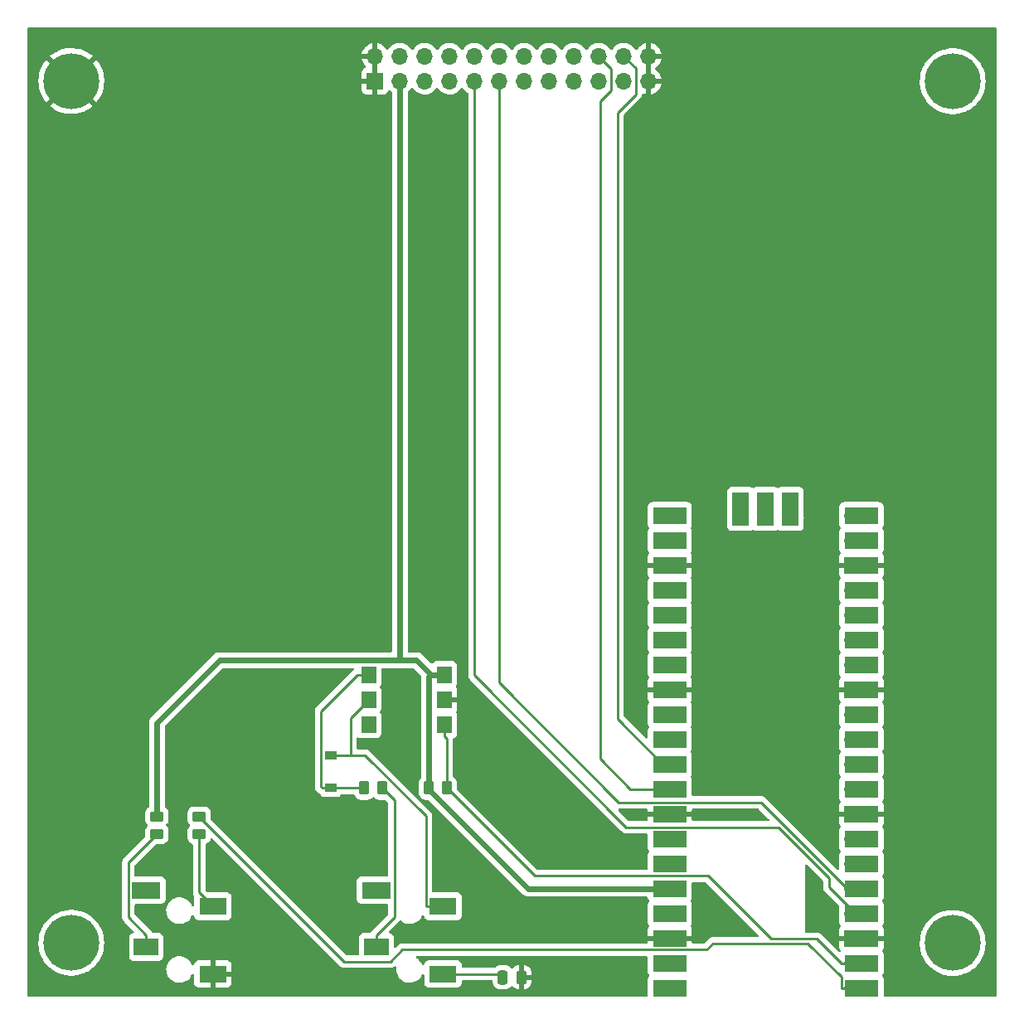
<source format=gbr>
%TF.GenerationSoftware,KiCad,Pcbnew,(6.0.7)*%
%TF.CreationDate,2022-08-05T22:04:18-07:00*%
%TF.ProjectId,d70-buddy-main-board,6437302d-6275-4646-9479-2d6d61696e2d,rev?*%
%TF.SameCoordinates,Original*%
%TF.FileFunction,Copper,L1,Top*%
%TF.FilePolarity,Positive*%
%FSLAX46Y46*%
G04 Gerber Fmt 4.6, Leading zero omitted, Abs format (unit mm)*
G04 Created by KiCad (PCBNEW (6.0.7)) date 2022-08-05 22:04:18*
%MOMM*%
%LPD*%
G01*
G04 APERTURE LIST*
G04 Aperture macros list*
%AMRoundRect*
0 Rectangle with rounded corners*
0 $1 Rounding radius*
0 $2 $3 $4 $5 $6 $7 $8 $9 X,Y pos of 4 corners*
0 Add a 4 corners polygon primitive as box body*
4,1,4,$2,$3,$4,$5,$6,$7,$8,$9,$2,$3,0*
0 Add four circle primitives for the rounded corners*
1,1,$1+$1,$2,$3*
1,1,$1+$1,$4,$5*
1,1,$1+$1,$6,$7*
1,1,$1+$1,$8,$9*
0 Add four rect primitives between the rounded corners*
20,1,$1+$1,$2,$3,$4,$5,0*
20,1,$1+$1,$4,$5,$6,$7,0*
20,1,$1+$1,$6,$7,$8,$9,0*
20,1,$1+$1,$8,$9,$2,$3,0*%
G04 Aperture macros list end*
%TA.AperFunction,SMDPad,CuDef*%
%ADD10R,1.200000X0.900000*%
%TD*%
%TA.AperFunction,ComponentPad*%
%ADD11C,5.700000*%
%TD*%
%TA.AperFunction,SMDPad,CuDef*%
%ADD12RoundRect,0.250000X-0.262500X-0.450000X0.262500X-0.450000X0.262500X0.450000X-0.262500X0.450000X0*%
%TD*%
%TA.AperFunction,SMDPad,CuDef*%
%ADD13RoundRect,0.250000X0.450000X-0.262500X0.450000X0.262500X-0.450000X0.262500X-0.450000X-0.262500X0*%
%TD*%
%TA.AperFunction,SMDPad,CuDef*%
%ADD14RoundRect,0.250000X-0.450000X0.262500X-0.450000X-0.262500X0.450000X-0.262500X0.450000X0.262500X0*%
%TD*%
%TA.AperFunction,SMDPad,CuDef*%
%ADD15RoundRect,0.250000X-0.250000X-0.475000X0.250000X-0.475000X0.250000X0.475000X-0.250000X0.475000X0*%
%TD*%
%TA.AperFunction,ComponentPad*%
%ADD16R,1.700000X1.700000*%
%TD*%
%TA.AperFunction,ComponentPad*%
%ADD17O,1.700000X1.700000*%
%TD*%
%TA.AperFunction,SMDPad,CuDef*%
%ADD18R,3.500000X1.700000*%
%TD*%
%TA.AperFunction,SMDPad,CuDef*%
%ADD19R,1.700000X3.500000*%
%TD*%
%TA.AperFunction,SMDPad,CuDef*%
%ADD20R,1.560000X1.780000*%
%TD*%
%TA.AperFunction,SMDPad,CuDef*%
%ADD21R,1.520000X1.780000*%
%TD*%
%TA.AperFunction,SMDPad,CuDef*%
%ADD22R,2.800000X1.800000*%
%TD*%
%TA.AperFunction,SMDPad,CuDef*%
%ADD23R,2.500000X1.800000*%
%TD*%
%TA.AperFunction,SMDPad,CuDef*%
%ADD24R,3.000000X1.800000*%
%TD*%
%TA.AperFunction,ViaPad*%
%ADD25C,0.800000*%
%TD*%
%TA.AperFunction,Conductor*%
%ADD26C,0.250000*%
%TD*%
%TA.AperFunction,Conductor*%
%ADD27C,0.600000*%
%TD*%
G04 APERTURE END LIST*
D10*
%TO.P,D1,1,K*%
%TO.N,Net-(D1-Pad1)*%
X96000000Y-122650000D03*
%TO.P,D1,2,A*%
%TO.N,Net-(D1-Pad2)*%
X96000000Y-119350000D03*
%TD*%
D11*
%TO.P,H1,1,1*%
%TO.N,GND*%
X69500000Y-50490000D03*
%TD*%
%TO.P,H2,1,1*%
%TO.N,unconnected-(H2-Pad1)*%
X159500000Y-50510000D03*
%TD*%
%TO.P,H4,1,1*%
%TO.N,unconnected-(H4-Pad1)*%
X159500000Y-138510000D03*
%TD*%
%TO.P,H3,1,1*%
%TO.N,unconnected-(H3-Pad1)*%
X69500000Y-138490000D03*
%TD*%
D12*
%TO.P,R5,1*%
%TO.N,+3V3*%
X106021500Y-122682000D03*
%TO.P,R5,2*%
%TO.N,/Rx*%
X107846500Y-122682000D03*
%TD*%
%TO.P,R4,1*%
%TO.N,Net-(D1-Pad1)*%
X99417500Y-122682000D03*
%TO.P,R4,2*%
%TO.N,Net-(R4-Pad2)*%
X101242500Y-122682000D03*
%TD*%
D13*
%TO.P,R2,1*%
%TO.N,Net-(R2-Pad1)*%
X82550000Y-127404500D03*
%TO.P,R2,2*%
%TO.N,/Tx*%
X82550000Y-125579500D03*
%TD*%
D14*
%TO.P,R1,1*%
%TO.N,+3V3*%
X78232000Y-125579500D03*
%TO.P,R1,2*%
%TO.N,Net-(R1-Pad2)*%
X78232000Y-127404500D03*
%TD*%
D15*
%TO.P,C1,1*%
%TO.N,Net-(J1-Pad1)*%
X113550000Y-142000000D03*
%TO.P,C1,2*%
%TO.N,GND*%
X115450000Y-142000000D03*
%TD*%
D16*
%TO.P,J3,1,Pin_1*%
%TO.N,GND*%
X100500000Y-50500000D03*
D17*
%TO.P,J3,2,Pin_2*%
X100500000Y-47960000D03*
%TO.P,J3,3,Pin_3*%
%TO.N,+3V3*%
X103040000Y-50500000D03*
%TO.P,J3,4,Pin_4*%
%TO.N,unconnected-(J3-Pad4)*%
X103040000Y-47960000D03*
%TO.P,J3,5,Pin_5*%
%TO.N,/SCL1*%
X105580000Y-50500000D03*
%TO.P,J3,6,Pin_6*%
%TO.N,/LED_4*%
X105580000Y-47960000D03*
%TO.P,J3,7,Pin_7*%
%TO.N,/SDA1*%
X108120000Y-50500000D03*
%TO.P,J3,8,Pin_8*%
%TO.N,/LED_3*%
X108120000Y-47960000D03*
%TO.P,J3,9,Pin_9*%
%TO.N,/LED_2*%
X110660000Y-50500000D03*
%TO.P,J3,10,Pin_10*%
%TO.N,/BTN_4*%
X110660000Y-47960000D03*
%TO.P,J3,11,Pin_11*%
%TO.N,/LED_1*%
X113200000Y-50500000D03*
%TO.P,J3,12,Pin_12*%
%TO.N,/BTN_3*%
X113200000Y-47960000D03*
%TO.P,J3,13,Pin_13*%
%TO.N,/BTN_2*%
X115740000Y-50500000D03*
%TO.P,J3,14,Pin_14*%
%TO.N,/BTN_5*%
X115740000Y-47960000D03*
%TO.P,J3,15,Pin_15*%
%TO.N,/BTN_1*%
X118280000Y-50500000D03*
%TO.P,J3,16,Pin_16*%
%TO.N,/BTN_6*%
X118280000Y-47960000D03*
%TO.P,J3,17,Pin_17*%
%TO.N,/LED_5*%
X120820000Y-50500000D03*
%TO.P,J3,18,Pin_18*%
%TO.N,/BTN_7*%
X120820000Y-47960000D03*
%TO.P,J3,19,Pin_19*%
%TO.N,/LED_6*%
X123360000Y-50500000D03*
%TO.P,J3,20,Pin_20*%
%TO.N,/SCL2*%
X123360000Y-47960000D03*
%TO.P,J3,21,Pin_21*%
%TO.N,/LED_7*%
X125900000Y-50500000D03*
%TO.P,J3,22,Pin_22*%
%TO.N,/SDA2*%
X125900000Y-47960000D03*
%TO.P,J3,23,Pin_23*%
%TO.N,GND*%
X128440000Y-50500000D03*
%TO.P,J3,24,Pin_24*%
X128440000Y-47960000D03*
%TD*%
%TO.P,U2,1,GPIO0*%
%TO.N,/Tx*%
X149290000Y-143100000D03*
D18*
X150190000Y-143100000D03*
%TO.P,U2,2,GPIO1*%
%TO.N,/Rx*%
X150190000Y-140560000D03*
D17*
X149290000Y-140560000D03*
D18*
%TO.P,U2,3,GND*%
%TO.N,GND*%
X150190000Y-138020000D03*
D16*
X149290000Y-138020000D03*
D18*
%TO.P,U2,4,GPIO2*%
%TO.N,/LED_2*%
X150190000Y-135480000D03*
D17*
X149290000Y-135480000D03*
D18*
%TO.P,U2,5,GPIO3*%
%TO.N,/LED_1*%
X150190000Y-132940000D03*
D17*
X149290000Y-132940000D03*
D18*
%TO.P,U2,6,GPIO4*%
%TO.N,/SDA1*%
X150190000Y-130400000D03*
D17*
X149290000Y-130400000D03*
D18*
%TO.P,U2,7,GPIO5*%
%TO.N,/SCL1*%
X150190000Y-127860000D03*
D17*
X149290000Y-127860000D03*
D18*
%TO.P,U2,8,GND*%
%TO.N,GND*%
X150190000Y-125320000D03*
D16*
X149290000Y-125320000D03*
D18*
%TO.P,U2,9,GPIO6*%
%TO.N,/BTN_2*%
X150190000Y-122780000D03*
D17*
X149290000Y-122780000D03*
%TO.P,U2,10,GPIO7*%
%TO.N,/BTN_1*%
X149290000Y-120240000D03*
D18*
X150190000Y-120240000D03*
%TO.P,U2,11,GPIO8*%
%TO.N,/LED_5*%
X150190000Y-117700000D03*
D17*
X149290000Y-117700000D03*
%TO.P,U2,12,GPIO9*%
%TO.N,/LED_6*%
X149290000Y-115160000D03*
D18*
X150190000Y-115160000D03*
%TO.P,U2,13,GND*%
%TO.N,GND*%
X150190000Y-112620000D03*
D16*
X149290000Y-112620000D03*
D17*
%TO.P,U2,14,GPIO10*%
%TO.N,/LED_7*%
X149290000Y-110080000D03*
D18*
X150190000Y-110080000D03*
%TO.P,U2,15,GPIO11*%
%TO.N,unconnected-(U2-Pad15)*%
X150190000Y-107540000D03*
D17*
X149290000Y-107540000D03*
%TO.P,U2,16,GPIO12*%
%TO.N,unconnected-(U2-Pad16)*%
X149290000Y-105000000D03*
D18*
X150190000Y-105000000D03*
D17*
%TO.P,U2,17,GPIO13*%
%TO.N,unconnected-(U2-Pad17)*%
X149290000Y-102460000D03*
D18*
X150190000Y-102460000D03*
%TO.P,U2,18,GND*%
%TO.N,GND*%
X150190000Y-99920000D03*
D16*
X149290000Y-99920000D03*
D18*
%TO.P,U2,19,GPIO14*%
%TO.N,unconnected-(U2-Pad19)*%
X150190000Y-97380000D03*
D17*
X149290000Y-97380000D03*
%TO.P,U2,20,GPIO15*%
%TO.N,unconnected-(U2-Pad20)*%
X149290000Y-94840000D03*
D18*
X150190000Y-94840000D03*
D17*
%TO.P,U2,21,GPIO16*%
%TO.N,/BTN_7*%
X131510000Y-94840000D03*
D18*
X130610000Y-94840000D03*
%TO.P,U2,22,GPIO17*%
%TO.N,/BTN_6*%
X130610000Y-97380000D03*
D17*
X131510000Y-97380000D03*
D16*
%TO.P,U2,23,GND*%
%TO.N,GND*%
X131510000Y-99920000D03*
D18*
X130610000Y-99920000D03*
D17*
%TO.P,U2,24,GPIO18*%
%TO.N,/BTN_5*%
X131510000Y-102460000D03*
D18*
X130610000Y-102460000D03*
%TO.P,U2,25,GPIO19*%
%TO.N,/BTN_3*%
X130610000Y-105000000D03*
D17*
X131510000Y-105000000D03*
%TO.P,U2,26,GPIO20*%
%TO.N,/BTN_4*%
X131510000Y-107540000D03*
D18*
X130610000Y-107540000D03*
%TO.P,U2,27,GPIO21*%
%TO.N,/LED_3*%
X130610000Y-110080000D03*
D17*
X131510000Y-110080000D03*
D18*
%TO.P,U2,28,GND*%
%TO.N,GND*%
X130610000Y-112620000D03*
D16*
X131510000Y-112620000D03*
D18*
%TO.P,U2,29,GPIO22*%
%TO.N,/LED_4*%
X130610000Y-115160000D03*
D17*
X131510000Y-115160000D03*
%TO.P,U2,30,RUN*%
%TO.N,unconnected-(U2-Pad30)*%
X131510000Y-117700000D03*
D18*
X130610000Y-117700000D03*
D17*
%TO.P,U2,31,GPIO26_ADC0*%
%TO.N,/SDA2*%
X131510000Y-120240000D03*
D18*
X130610000Y-120240000D03*
%TO.P,U2,32,GPIO27_ADC1*%
%TO.N,/SCL2*%
X130610000Y-122780000D03*
D17*
X131510000Y-122780000D03*
D18*
%TO.P,U2,33,AGND*%
%TO.N,GND*%
X130610000Y-125320000D03*
D16*
X131510000Y-125320000D03*
D17*
%TO.P,U2,34,GPIO28_ADC2*%
%TO.N,unconnected-(U2-Pad34)*%
X131510000Y-127860000D03*
D18*
X130610000Y-127860000D03*
D17*
%TO.P,U2,35,ADC_VREF*%
%TO.N,unconnected-(U2-Pad35)*%
X131510000Y-130400000D03*
D18*
X130610000Y-130400000D03*
%TO.P,U2,36,3V3*%
%TO.N,+3V3*%
X130610000Y-132940000D03*
D17*
X131510000Y-132940000D03*
D18*
%TO.P,U2,37,3V3_EN*%
%TO.N,unconnected-(U2-Pad37)*%
X130610000Y-135480000D03*
D17*
X131510000Y-135480000D03*
D18*
%TO.P,U2,38,GND*%
%TO.N,GND*%
X130610000Y-138020000D03*
D16*
X131510000Y-138020000D03*
D18*
%TO.P,U2,39,VSYS*%
%TO.N,unconnected-(U2-Pad39)*%
X130610000Y-140560000D03*
D17*
X131510000Y-140560000D03*
D18*
%TO.P,U2,40,VBUS*%
%TO.N,unconnected-(U2-Pad40)*%
X130610000Y-143100000D03*
D17*
X131510000Y-143100000D03*
D19*
%TO.P,U2,41,SWCLK*%
%TO.N,unconnected-(U2-Pad41)*%
X142940000Y-94170000D03*
D17*
X142940000Y-95070000D03*
D19*
%TO.P,U2,42,GND*%
%TO.N,unconnected-(U2-Pad42)*%
X140400000Y-94170000D03*
D16*
X140400000Y-95070000D03*
D17*
%TO.P,U2,43,SWDIO*%
%TO.N,unconnected-(U2-Pad43)*%
X137860000Y-95070000D03*
D19*
X137860000Y-94170000D03*
%TD*%
D20*
%TO.P,U1,1*%
%TO.N,Net-(D1-Pad1)*%
X99855000Y-111110000D03*
%TO.P,U1,2*%
%TO.N,Net-(D1-Pad2)*%
X99855000Y-113650000D03*
%TO.P,U1,3*%
%TO.N,unconnected-(U1-Pad3)*%
X99855000Y-116190000D03*
%TO.P,U1,4*%
%TO.N,/Rx*%
X107605000Y-116190000D03*
%TO.P,U1,5*%
%TO.N,GND*%
X107605000Y-113650000D03*
D21*
%TO.P,U1,6*%
%TO.N,+3V3*%
X107605000Y-111110000D03*
%TD*%
D22*
%TO.P,J1,1,S*%
%TO.N,Net-(J1-Pad1)*%
X107450000Y-141660000D03*
%TO.P,J1,2,T*%
%TO.N,Net-(D1-Pad2)*%
X107450000Y-134760000D03*
D23*
%TO.P,J1,3,R*%
%TO.N,Net-(R4-Pad2)*%
X100650000Y-138910000D03*
D24*
%TO.P,J1,4,TN*%
%TO.N,unconnected-(J1-Pad4)*%
X100650000Y-133110000D03*
%TD*%
D22*
%TO.P,J2,1,S*%
%TO.N,GND*%
X83950000Y-141660000D03*
%TO.P,J2,2,T*%
%TO.N,Net-(R2-Pad1)*%
X83950000Y-134760000D03*
D23*
%TO.P,J2,3,R*%
%TO.N,Net-(R1-Pad2)*%
X77150000Y-138910000D03*
D24*
%TO.P,J2,4,TN*%
%TO.N,unconnected-(J2-Pad4)*%
X77150000Y-133110000D03*
%TD*%
D25*
%TO.N,GND*%
X87000000Y-142000000D03*
X109900000Y-114020000D03*
X127030000Y-137800000D03*
%TD*%
D26*
%TO.N,Net-(D1-Pad2)*%
X98000000Y-115505000D02*
X99855000Y-113650000D01*
X98000000Y-119350000D02*
X98000000Y-115505000D01*
X98750000Y-119350000D02*
X98000000Y-119350000D01*
X105724900Y-125565100D02*
X99509800Y-119350000D01*
X99509800Y-119350000D02*
X96000000Y-119350000D01*
X105724900Y-134760000D02*
X105724900Y-125565100D01*
X107450000Y-134760000D02*
X105724900Y-134760000D01*
%TO.N,Net-(D1-Pad1)*%
X96012000Y-122685600D02*
X99413900Y-122685600D01*
X99413900Y-122685600D02*
X99417500Y-122682000D01*
X95127600Y-122685600D02*
X96012000Y-122685600D01*
X98749900Y-111110000D02*
X94986000Y-114873900D01*
X94986000Y-122544000D02*
X95127600Y-122685600D01*
X99855000Y-111110000D02*
X98749900Y-111110000D01*
X94986000Y-114873900D02*
X94986000Y-122544000D01*
%TO.N,/Tx*%
X97360500Y-140390000D02*
X82550000Y-125579500D01*
X134380100Y-139195100D02*
X103304900Y-139195100D01*
X103304900Y-139195100D02*
X102110000Y-140390000D01*
X102110000Y-140390000D02*
X97360500Y-140390000D01*
X144720000Y-138530000D02*
X135045200Y-138530000D01*
X135045200Y-138530000D02*
X134380100Y-139195100D01*
X149290000Y-143100000D02*
X148114900Y-143100000D01*
X148114900Y-141924900D02*
X144720000Y-138530000D01*
X148114900Y-143100000D02*
X148114900Y-141924900D01*
%TO.N,/Rx*%
X134503100Y-131664800D02*
X116829300Y-131664800D01*
X140918300Y-138080000D02*
X134503100Y-131664800D01*
X145634900Y-138080000D02*
X140918300Y-138080000D01*
X148114900Y-140560000D02*
X145634900Y-138080000D01*
X116829300Y-131664800D02*
X107846500Y-122682000D01*
X149290000Y-140560000D02*
X148114900Y-140560000D01*
%TO.N,/LED_2*%
X110660000Y-111168000D02*
X110660000Y-50500000D01*
X126176800Y-126684800D02*
X110660000Y-111168000D01*
X146900000Y-131900000D02*
X141684800Y-126684800D01*
X146900000Y-132817000D02*
X146900000Y-131900000D01*
X149290000Y-135207000D02*
X146900000Y-132817000D01*
X149290000Y-135480000D02*
X149290000Y-135207000D01*
X141684800Y-126684800D02*
X126176800Y-126684800D01*
%TO.N,/LED_1*%
X125414800Y-124144800D02*
X113200000Y-111930000D01*
X113200000Y-111930000D02*
X113200000Y-50500000D01*
X139944800Y-124144800D02*
X125414800Y-124144800D01*
X149290000Y-132940000D02*
X148740000Y-132940000D01*
X148740000Y-132940000D02*
X139944800Y-124144800D01*
D27*
%TO.N,+3V3*%
X78232000Y-125579500D02*
X78232000Y-116008000D01*
X78232000Y-116008000D02*
X84620200Y-109619800D01*
X84620200Y-109619800D02*
X103040000Y-109619800D01*
X103040000Y-109619800D02*
X104754700Y-109619800D01*
X104754700Y-109619800D02*
X106244900Y-111110000D01*
D26*
%TO.N,Net-(R2-Pad1)*%
X82550000Y-133360000D02*
X82550000Y-127404500D01*
X83950000Y-134760000D02*
X82550000Y-133360000D01*
%TO.N,/SDA2*%
X127140000Y-51830000D02*
X127140000Y-49200000D01*
X125270000Y-53700000D02*
X127140000Y-51830000D01*
X127140000Y-49200000D02*
X125900000Y-47960000D01*
X125270000Y-115610000D02*
X125270000Y-53700000D01*
X129900000Y-120240000D02*
X125270000Y-115610000D01*
X131510000Y-120240000D02*
X129900000Y-120240000D01*
%TO.N,/SCL2*%
X124630000Y-51410000D02*
X124630000Y-49230000D01*
X123480000Y-119670000D02*
X123480000Y-52560000D01*
X123480000Y-52560000D02*
X124630000Y-51410000D01*
X126590000Y-122780000D02*
X123480000Y-119670000D01*
X131510000Y-122780000D02*
X126590000Y-122780000D01*
X124630000Y-49230000D02*
X123360000Y-47960000D01*
%TO.N,Net-(R1-Pad2)*%
X75324800Y-130311700D02*
X78232000Y-127404500D01*
X75324800Y-135859700D02*
X75324800Y-130311700D01*
X77150000Y-137684900D02*
X75324800Y-135859700D01*
X77150000Y-138910000D02*
X77150000Y-137684900D01*
%TO.N,Net-(R4-Pad2)*%
X102479900Y-123919400D02*
X101242500Y-122682000D01*
X102479900Y-135855000D02*
X102479900Y-123919400D01*
X100650000Y-137684900D02*
X102479900Y-135855000D01*
X100650000Y-138910000D02*
X100650000Y-137684900D01*
%TO.N,Net-(J1-Pad1)*%
X113210000Y-141660000D02*
X113550000Y-142000000D01*
X107450000Y-141660000D02*
X113210000Y-141660000D01*
%TO.N,/Rx*%
X107846500Y-117646600D02*
X107846500Y-122682000D01*
X107605000Y-117405100D02*
X107846500Y-117646600D01*
X107605000Y-116190000D02*
X107605000Y-117405100D01*
D27*
%TO.N,+3V3*%
X107605000Y-111110000D02*
X106244900Y-111110000D01*
X103040000Y-109619800D02*
X103040000Y-50500000D01*
X106021500Y-111333400D02*
X106021500Y-122682000D01*
X106244900Y-111110000D02*
X106021500Y-111333400D01*
X116170400Y-132940000D02*
X131510000Y-132940000D01*
X106021500Y-122791100D02*
X116170400Y-132940000D01*
X106021500Y-122682000D02*
X106021500Y-122791100D01*
%TD*%
%TA.AperFunction,Conductor*%
%TO.N,GND*%
G36*
X163933621Y-45028502D02*
G01*
X163980114Y-45082158D01*
X163991500Y-45134500D01*
X163991500Y-143865500D01*
X163971498Y-143933621D01*
X163917842Y-143980114D01*
X163865500Y-143991500D01*
X152574500Y-143991500D01*
X152506379Y-143971498D01*
X152459886Y-143917842D01*
X152448500Y-143865500D01*
X152448500Y-142201866D01*
X152441745Y-142139684D01*
X152390615Y-142003295D01*
X152317370Y-141905564D01*
X152292522Y-141839059D01*
X152307575Y-141769676D01*
X152317370Y-141754435D01*
X152325847Y-141743124D01*
X152390615Y-141656705D01*
X152441745Y-141520316D01*
X152448500Y-141458134D01*
X152448500Y-139661866D01*
X152441745Y-139599684D01*
X152390615Y-139463295D01*
X152317058Y-139365148D01*
X152292210Y-139298642D01*
X152307263Y-139229259D01*
X152317058Y-139214018D01*
X152384786Y-139123649D01*
X152393324Y-139108054D01*
X152438478Y-138987606D01*
X152442105Y-138972351D01*
X152447631Y-138921486D01*
X152448000Y-138914672D01*
X152448000Y-138498259D01*
X156136587Y-138498259D01*
X156136759Y-138501654D01*
X156136759Y-138501655D01*
X156150479Y-138772484D01*
X156154992Y-138861574D01*
X156155529Y-138864929D01*
X156155530Y-138864935D01*
X156172736Y-138972352D01*
X156212527Y-139220777D01*
X156308519Y-139571664D01*
X156402660Y-139810655D01*
X156418777Y-139851570D01*
X156441845Y-139910133D01*
X156443428Y-139913148D01*
X156609362Y-140229206D01*
X156609367Y-140229214D01*
X156610946Y-140232222D01*
X156612840Y-140235040D01*
X156612845Y-140235049D01*
X156726321Y-140403919D01*
X156813843Y-140534165D01*
X157048163Y-140812428D01*
X157138313Y-140898577D01*
X157308702Y-141061405D01*
X157308709Y-141061411D01*
X157311165Y-141063758D01*
X157599771Y-141285214D01*
X157602689Y-141286988D01*
X157907692Y-141472433D01*
X157907697Y-141472436D01*
X157910607Y-141474205D01*
X157913695Y-141475651D01*
X157913694Y-141475651D01*
X158236952Y-141627077D01*
X158236962Y-141627081D01*
X158240036Y-141628521D01*
X158243254Y-141629623D01*
X158243257Y-141629624D01*
X158580981Y-141745253D01*
X158580989Y-141745255D01*
X158584204Y-141746356D01*
X158939084Y-141826332D01*
X158992123Y-141832375D01*
X159297144Y-141867128D01*
X159297152Y-141867128D01*
X159300527Y-141867513D01*
X159303931Y-141867531D01*
X159303934Y-141867531D01*
X159502058Y-141868568D01*
X159664303Y-141869418D01*
X159667689Y-141869068D01*
X159667691Y-141869068D01*
X160022765Y-141832375D01*
X160022774Y-141832374D01*
X160026157Y-141832024D01*
X160029490Y-141831310D01*
X160029493Y-141831309D01*
X160180898Y-141798850D01*
X160381856Y-141755768D01*
X160727239Y-141641544D01*
X160730323Y-141640138D01*
X160730332Y-141640135D01*
X161055171Y-141492096D01*
X161058265Y-141490686D01*
X161200893Y-141406000D01*
X161368128Y-141306704D01*
X161368132Y-141306701D01*
X161371063Y-141304961D01*
X161661973Y-141086539D01*
X161927592Y-140837977D01*
X162164813Y-140562182D01*
X162282217Y-140391358D01*
X162368931Y-140265190D01*
X162368936Y-140265182D01*
X162370861Y-140262381D01*
X162372473Y-140259387D01*
X162372478Y-140259379D01*
X162541703Y-139945092D01*
X162543325Y-139942080D01*
X162680188Y-139605027D01*
X162684988Y-139588179D01*
X162741430Y-139390036D01*
X162779850Y-139255164D01*
X162780423Y-139251812D01*
X162840571Y-138899930D01*
X162840571Y-138899928D01*
X162841143Y-138896583D01*
X162842367Y-138876583D01*
X162862328Y-138550214D01*
X162863351Y-138533481D01*
X162863433Y-138510000D01*
X162843760Y-138146751D01*
X162784972Y-137787752D01*
X162687756Y-137437202D01*
X162685411Y-137431308D01*
X162554508Y-137102365D01*
X162553249Y-137099201D01*
X162456435Y-136916351D01*
X162384624Y-136780723D01*
X162384620Y-136780716D01*
X162383025Y-136777704D01*
X162381118Y-136774888D01*
X162381113Y-136774879D01*
X162180985Y-136479292D01*
X162179075Y-136476471D01*
X161943785Y-136199027D01*
X161679908Y-135948617D01*
X161390530Y-135728170D01*
X161387618Y-135726413D01*
X161387613Y-135726410D01*
X161081951Y-135542023D01*
X161081945Y-135542020D01*
X161079036Y-135540265D01*
X160816070Y-135418200D01*
X160752167Y-135388537D01*
X160752165Y-135388536D01*
X160749071Y-135387100D01*
X160404494Y-135270467D01*
X160395234Y-135268414D01*
X160310946Y-135249728D01*
X160049336Y-135191731D01*
X159920217Y-135177476D01*
X159691133Y-135152184D01*
X159691128Y-135152184D01*
X159687752Y-135151811D01*
X159684353Y-135151805D01*
X159684352Y-135151805D01*
X159512762Y-135151506D01*
X159323972Y-135151176D01*
X159188831Y-135165618D01*
X158965634Y-135189471D01*
X158965628Y-135189472D01*
X158962250Y-135189833D01*
X158606820Y-135267330D01*
X158261838Y-135382759D01*
X157931340Y-135534771D01*
X157619192Y-135721588D01*
X157329046Y-135941023D01*
X157064296Y-136190511D01*
X157062084Y-136193101D01*
X157062083Y-136193102D01*
X156994359Y-136272397D01*
X156828040Y-136467132D01*
X156623040Y-136767651D01*
X156621439Y-136770650D01*
X156454998Y-137082365D01*
X156451694Y-137088552D01*
X156450419Y-137091724D01*
X156450417Y-137091728D01*
X156318255Y-137420495D01*
X156316009Y-137426081D01*
X156315090Y-137429349D01*
X156315088Y-137429356D01*
X156218858Y-137771703D01*
X156217569Y-137776290D01*
X156217007Y-137779647D01*
X156217007Y-137779648D01*
X156174935Y-138031064D01*
X156157528Y-138135082D01*
X156136587Y-138498259D01*
X152448000Y-138498259D01*
X152448000Y-138292115D01*
X152443525Y-138276876D01*
X152442135Y-138275671D01*
X152434452Y-138274000D01*
X147950116Y-138274000D01*
X147934877Y-138278475D01*
X147933672Y-138279865D01*
X147932001Y-138287548D01*
X147932001Y-138914669D01*
X147932371Y-138921490D01*
X147937895Y-138972352D01*
X147941521Y-138987604D01*
X147986676Y-139108054D01*
X147995214Y-139123649D01*
X148062942Y-139214018D01*
X148087790Y-139280525D01*
X148072737Y-139349907D01*
X148062945Y-139365144D01*
X148044290Y-139390036D01*
X147987430Y-139432550D01*
X147916612Y-139437575D01*
X147854369Y-139403565D01*
X147047551Y-138596746D01*
X146138552Y-137687747D01*
X146131012Y-137679461D01*
X146126900Y-137672982D01*
X146077248Y-137626356D01*
X146074407Y-137623602D01*
X146054670Y-137603865D01*
X146051473Y-137601385D01*
X146042451Y-137593680D01*
X146016000Y-137568841D01*
X146010221Y-137563414D01*
X146003275Y-137559595D01*
X146003272Y-137559593D01*
X145992466Y-137553652D01*
X145975947Y-137542801D01*
X145975483Y-137542441D01*
X145959941Y-137530386D01*
X145952672Y-137527241D01*
X145952668Y-137527238D01*
X145919363Y-137512826D01*
X145908713Y-137507609D01*
X145869960Y-137486305D01*
X145861992Y-137484259D01*
X145850338Y-137481267D01*
X145831634Y-137474863D01*
X145820320Y-137469967D01*
X145820319Y-137469967D01*
X145813045Y-137466819D01*
X145805222Y-137465580D01*
X145805212Y-137465577D01*
X145769376Y-137459901D01*
X145757756Y-137457495D01*
X145722611Y-137448472D01*
X145722610Y-137448472D01*
X145714930Y-137446500D01*
X145694676Y-137446500D01*
X145674965Y-137444949D01*
X145662786Y-137443020D01*
X145654957Y-137441780D01*
X145647065Y-137442526D01*
X145610939Y-137445941D01*
X145599081Y-137446500D01*
X144556000Y-137446500D01*
X144487879Y-137426498D01*
X144441386Y-137372842D01*
X144430000Y-137320500D01*
X144430000Y-130630094D01*
X144450002Y-130561973D01*
X144503658Y-130515480D01*
X144573932Y-130505376D01*
X144638512Y-130534870D01*
X144645095Y-130540999D01*
X146229595Y-132125499D01*
X146263621Y-132187811D01*
X146266500Y-132214594D01*
X146266500Y-132738233D01*
X146265973Y-132749416D01*
X146264298Y-132756909D01*
X146264547Y-132764835D01*
X146264547Y-132764836D01*
X146266438Y-132824986D01*
X146266500Y-132828945D01*
X146266500Y-132856856D01*
X146266997Y-132860790D01*
X146266997Y-132860791D01*
X146267005Y-132860856D01*
X146267938Y-132872693D01*
X146269327Y-132916889D01*
X146274978Y-132936339D01*
X146278987Y-132955700D01*
X146281526Y-132975797D01*
X146284445Y-132983168D01*
X146284445Y-132983170D01*
X146297804Y-133016912D01*
X146301649Y-133028142D01*
X146313982Y-133070593D01*
X146318015Y-133077412D01*
X146318017Y-133077417D01*
X146324293Y-133088028D01*
X146332988Y-133105776D01*
X146340448Y-133124617D01*
X146345110Y-133131033D01*
X146345110Y-133131034D01*
X146366436Y-133160387D01*
X146372952Y-133170307D01*
X146395458Y-133208362D01*
X146409779Y-133222683D01*
X146422619Y-133237716D01*
X146434528Y-133254107D01*
X146440634Y-133259158D01*
X146468605Y-133282298D01*
X146477384Y-133290288D01*
X147894595Y-134707499D01*
X147928621Y-134769811D01*
X147931500Y-134796594D01*
X147931500Y-135400219D01*
X147930787Y-135413607D01*
X147927251Y-135446695D01*
X147927548Y-135451848D01*
X147927548Y-135451851D01*
X147931291Y-135516763D01*
X147931500Y-135524016D01*
X147931500Y-136378134D01*
X147938255Y-136440316D01*
X147989385Y-136576705D01*
X147994771Y-136583891D01*
X148062942Y-136674852D01*
X148087790Y-136741358D01*
X148072737Y-136810741D01*
X148062942Y-136825982D01*
X147995214Y-136916351D01*
X147986676Y-136931946D01*
X147941522Y-137052394D01*
X147937895Y-137067649D01*
X147932369Y-137118514D01*
X147932000Y-137125328D01*
X147932000Y-137747885D01*
X147936475Y-137763124D01*
X147937865Y-137764329D01*
X147945548Y-137766000D01*
X152429884Y-137766000D01*
X152445123Y-137761525D01*
X152446328Y-137760135D01*
X152447999Y-137752452D01*
X152447999Y-137125331D01*
X152447629Y-137118510D01*
X152442105Y-137067648D01*
X152438479Y-137052396D01*
X152393324Y-136931946D01*
X152384786Y-136916351D01*
X152317058Y-136825982D01*
X152292210Y-136759475D01*
X152307263Y-136690093D01*
X152317058Y-136674852D01*
X152385229Y-136583891D01*
X152390615Y-136576705D01*
X152441745Y-136440316D01*
X152448500Y-136378134D01*
X152448500Y-134581866D01*
X152441745Y-134519684D01*
X152390615Y-134383295D01*
X152317370Y-134285564D01*
X152292522Y-134219059D01*
X152307575Y-134149676D01*
X152317370Y-134134435D01*
X152390615Y-134036705D01*
X152441745Y-133900316D01*
X152448500Y-133838134D01*
X152448500Y-132041866D01*
X152441745Y-131979684D01*
X152390615Y-131843295D01*
X152317370Y-131745564D01*
X152292522Y-131679059D01*
X152307575Y-131609676D01*
X152317370Y-131594435D01*
X152385229Y-131503891D01*
X152390615Y-131496705D01*
X152441745Y-131360316D01*
X152448500Y-131298134D01*
X152448500Y-129501866D01*
X152441745Y-129439684D01*
X152390615Y-129303295D01*
X152317370Y-129205564D01*
X152292522Y-129139059D01*
X152307575Y-129069676D01*
X152317370Y-129054435D01*
X152385229Y-128963891D01*
X152390615Y-128956705D01*
X152441745Y-128820316D01*
X152448500Y-128758134D01*
X152448500Y-126961866D01*
X152441745Y-126899684D01*
X152390615Y-126763295D01*
X152319718Y-126668697D01*
X152317058Y-126665148D01*
X152292210Y-126598642D01*
X152307263Y-126529259D01*
X152317058Y-126514018D01*
X152384786Y-126423649D01*
X152393324Y-126408054D01*
X152438478Y-126287606D01*
X152442105Y-126272351D01*
X152447631Y-126221486D01*
X152448000Y-126214672D01*
X152448000Y-125592115D01*
X152443525Y-125576876D01*
X152442135Y-125575671D01*
X152434452Y-125574000D01*
X147950116Y-125574000D01*
X147934877Y-125578475D01*
X147933672Y-125579865D01*
X147932001Y-125587548D01*
X147932001Y-126214669D01*
X147932371Y-126221490D01*
X147937895Y-126272352D01*
X147941521Y-126287604D01*
X147986676Y-126408054D01*
X147995214Y-126423649D01*
X148062942Y-126514018D01*
X148087790Y-126580525D01*
X148072737Y-126649907D01*
X148062942Y-126665148D01*
X148060282Y-126668697D01*
X147989385Y-126763295D01*
X147938255Y-126899684D01*
X147931500Y-126961866D01*
X147931500Y-127780219D01*
X147930787Y-127793607D01*
X147927251Y-127826695D01*
X147927548Y-127831848D01*
X147927548Y-127831851D01*
X147931291Y-127896763D01*
X147931500Y-127904016D01*
X147931500Y-128758134D01*
X147938255Y-128820316D01*
X147989385Y-128956705D01*
X147994771Y-128963891D01*
X148062630Y-129054435D01*
X148087478Y-129120941D01*
X148072425Y-129190324D01*
X148062632Y-129205562D01*
X147989385Y-129303295D01*
X147938255Y-129439684D01*
X147931500Y-129501866D01*
X147931500Y-130320219D01*
X147930787Y-130333607D01*
X147927251Y-130366695D01*
X147927548Y-130371848D01*
X147927548Y-130371851D01*
X147931291Y-130436763D01*
X147931500Y-130444016D01*
X147931500Y-130931406D01*
X147911498Y-130999527D01*
X147857842Y-131046020D01*
X147787568Y-131056124D01*
X147722988Y-131026630D01*
X147716405Y-131020501D01*
X144140205Y-127444300D01*
X140448452Y-123752547D01*
X140440912Y-123744261D01*
X140436800Y-123737782D01*
X140387148Y-123691156D01*
X140384307Y-123688402D01*
X140364570Y-123668665D01*
X140361373Y-123666185D01*
X140352351Y-123658480D01*
X140325900Y-123633641D01*
X140320121Y-123628214D01*
X140313175Y-123624395D01*
X140313172Y-123624393D01*
X140302366Y-123618452D01*
X140285847Y-123607601D01*
X140285383Y-123607241D01*
X140269841Y-123595186D01*
X140262572Y-123592041D01*
X140262568Y-123592038D01*
X140229263Y-123577626D01*
X140218613Y-123572409D01*
X140179860Y-123551105D01*
X140160237Y-123546067D01*
X140141534Y-123539663D01*
X140130220Y-123534767D01*
X140130219Y-123534767D01*
X140122945Y-123531619D01*
X140115122Y-123530380D01*
X140115112Y-123530377D01*
X140079276Y-123524701D01*
X140067656Y-123522295D01*
X140032511Y-123513272D01*
X140032510Y-123513272D01*
X140024830Y-123511300D01*
X140004576Y-123511300D01*
X139984865Y-123509749D01*
X139972686Y-123507820D01*
X139964857Y-123506580D01*
X139956965Y-123507326D01*
X139920839Y-123510741D01*
X139908981Y-123511300D01*
X132994500Y-123511300D01*
X132926379Y-123491298D01*
X132879886Y-123437642D01*
X132868500Y-123385300D01*
X132868500Y-122877856D01*
X132869578Y-122861409D01*
X132871092Y-122849908D01*
X132871529Y-122846590D01*
X132872494Y-122807095D01*
X132873074Y-122783365D01*
X132873074Y-122783361D01*
X132873156Y-122780000D01*
X132870418Y-122746695D01*
X147927251Y-122746695D01*
X147927548Y-122751848D01*
X147927548Y-122751851D01*
X147931291Y-122816763D01*
X147931500Y-122824016D01*
X147931500Y-123678134D01*
X147938255Y-123740316D01*
X147989385Y-123876705D01*
X148027383Y-123927405D01*
X148062942Y-123974852D01*
X148087790Y-124041358D01*
X148072737Y-124110741D01*
X148062942Y-124125982D01*
X147995214Y-124216351D01*
X147986676Y-124231946D01*
X147941522Y-124352394D01*
X147937895Y-124367649D01*
X147932369Y-124418514D01*
X147932000Y-124425328D01*
X147932000Y-125047885D01*
X147936475Y-125063124D01*
X147937865Y-125064329D01*
X147945548Y-125066000D01*
X152429884Y-125066000D01*
X152445123Y-125061525D01*
X152446328Y-125060135D01*
X152447999Y-125052452D01*
X152447999Y-124425331D01*
X152447629Y-124418510D01*
X152442105Y-124367648D01*
X152438479Y-124352396D01*
X152393324Y-124231946D01*
X152384786Y-124216351D01*
X152317058Y-124125982D01*
X152292210Y-124059475D01*
X152307263Y-123990093D01*
X152317058Y-123974852D01*
X152352617Y-123927405D01*
X152390615Y-123876705D01*
X152441745Y-123740316D01*
X152448500Y-123678134D01*
X152448500Y-121881866D01*
X152441745Y-121819684D01*
X152390615Y-121683295D01*
X152317370Y-121585564D01*
X152292522Y-121519059D01*
X152307575Y-121449676D01*
X152317370Y-121434435D01*
X152385229Y-121343891D01*
X152390615Y-121336705D01*
X152441745Y-121200316D01*
X152448500Y-121138134D01*
X152448500Y-119341866D01*
X152441745Y-119279684D01*
X152390615Y-119143295D01*
X152317370Y-119045564D01*
X152292522Y-118979059D01*
X152307575Y-118909676D01*
X152317370Y-118894435D01*
X152390615Y-118796705D01*
X152441745Y-118660316D01*
X152448500Y-118598134D01*
X152448500Y-116801866D01*
X152441745Y-116739684D01*
X152390615Y-116603295D01*
X152317370Y-116505564D01*
X152292522Y-116439059D01*
X152307575Y-116369676D01*
X152317370Y-116354435D01*
X152385229Y-116263891D01*
X152390615Y-116256705D01*
X152441745Y-116120316D01*
X152448500Y-116058134D01*
X152448500Y-114261866D01*
X152441745Y-114199684D01*
X152390615Y-114063295D01*
X152317058Y-113965148D01*
X152292210Y-113898642D01*
X152307263Y-113829259D01*
X152317058Y-113814018D01*
X152384786Y-113723649D01*
X152393324Y-113708054D01*
X152438478Y-113587606D01*
X152442105Y-113572351D01*
X152447631Y-113521486D01*
X152448000Y-113514672D01*
X152448000Y-112892115D01*
X152443525Y-112876876D01*
X152442135Y-112875671D01*
X152434452Y-112874000D01*
X147950116Y-112874000D01*
X147934877Y-112878475D01*
X147933672Y-112879865D01*
X147932001Y-112887548D01*
X147932001Y-113514669D01*
X147932371Y-113521490D01*
X147937895Y-113572352D01*
X147941521Y-113587604D01*
X147986676Y-113708054D01*
X147995214Y-113723649D01*
X148062942Y-113814018D01*
X148087790Y-113880525D01*
X148072737Y-113949907D01*
X148062942Y-113965148D01*
X147989385Y-114063295D01*
X147938255Y-114199684D01*
X147931500Y-114261866D01*
X147931500Y-115080219D01*
X147930787Y-115093607D01*
X147927251Y-115126695D01*
X147927548Y-115131848D01*
X147927548Y-115131851D01*
X147931291Y-115196763D01*
X147931500Y-115204016D01*
X147931500Y-116058134D01*
X147938255Y-116120316D01*
X147989385Y-116256705D01*
X147994771Y-116263891D01*
X148062630Y-116354435D01*
X148087478Y-116420941D01*
X148072425Y-116490324D01*
X148062632Y-116505562D01*
X147989385Y-116603295D01*
X147938255Y-116739684D01*
X147931500Y-116801866D01*
X147931500Y-117620219D01*
X147930787Y-117633607D01*
X147927251Y-117666695D01*
X147927548Y-117671848D01*
X147927548Y-117671851D01*
X147931291Y-117736763D01*
X147931500Y-117744016D01*
X147931500Y-118598134D01*
X147938255Y-118660316D01*
X147989385Y-118796705D01*
X148062630Y-118894435D01*
X148087478Y-118960941D01*
X148072425Y-119030324D01*
X148062632Y-119045562D01*
X147989385Y-119143295D01*
X147938255Y-119279684D01*
X147931500Y-119341866D01*
X147931500Y-120160219D01*
X147930787Y-120173607D01*
X147927251Y-120206695D01*
X147927548Y-120211848D01*
X147927548Y-120211851D01*
X147931291Y-120276763D01*
X147931500Y-120284016D01*
X147931500Y-121138134D01*
X147938255Y-121200316D01*
X147989385Y-121336705D01*
X147994771Y-121343891D01*
X148062630Y-121434435D01*
X148087478Y-121500941D01*
X148072425Y-121570324D01*
X148062632Y-121585562D01*
X147989385Y-121683295D01*
X147938255Y-121819684D01*
X147931500Y-121881866D01*
X147931500Y-122700219D01*
X147930787Y-122713607D01*
X147927251Y-122746695D01*
X132870418Y-122746695D01*
X132868924Y-122728524D01*
X132868500Y-122718200D01*
X132868500Y-121881866D01*
X132861745Y-121819684D01*
X132810615Y-121683295D01*
X132737370Y-121585564D01*
X132712522Y-121519059D01*
X132727575Y-121449676D01*
X132737370Y-121434435D01*
X132805229Y-121343891D01*
X132810615Y-121336705D01*
X132861745Y-121200316D01*
X132868500Y-121138134D01*
X132868500Y-120337856D01*
X132869578Y-120321409D01*
X132869614Y-120321134D01*
X132871529Y-120306590D01*
X132871627Y-120302598D01*
X132873074Y-120243365D01*
X132873074Y-120243361D01*
X132873156Y-120240000D01*
X132868924Y-120188524D01*
X132868500Y-120178200D01*
X132868500Y-119341866D01*
X132861745Y-119279684D01*
X132810615Y-119143295D01*
X132737370Y-119045564D01*
X132712522Y-118979059D01*
X132727575Y-118909676D01*
X132737370Y-118894435D01*
X132810615Y-118796705D01*
X132861745Y-118660316D01*
X132868500Y-118598134D01*
X132868500Y-117797856D01*
X132869578Y-117781409D01*
X132871092Y-117769908D01*
X132871529Y-117766590D01*
X132872845Y-117712717D01*
X132873074Y-117703365D01*
X132873074Y-117703361D01*
X132873156Y-117700000D01*
X132868924Y-117648524D01*
X132868500Y-117638200D01*
X132868500Y-116801866D01*
X132861745Y-116739684D01*
X132810615Y-116603295D01*
X132737370Y-116505564D01*
X132712522Y-116439059D01*
X132727575Y-116369676D01*
X132737370Y-116354435D01*
X132805229Y-116263891D01*
X132810615Y-116256705D01*
X132861745Y-116120316D01*
X132868500Y-116058134D01*
X132868500Y-115257856D01*
X132869578Y-115241409D01*
X132871092Y-115229908D01*
X132871529Y-115226590D01*
X132872612Y-115182285D01*
X132873074Y-115163365D01*
X132873074Y-115163361D01*
X132873156Y-115160000D01*
X132868924Y-115108524D01*
X132868500Y-115098200D01*
X132868500Y-114261866D01*
X132861745Y-114199684D01*
X132810615Y-114063295D01*
X132737058Y-113965148D01*
X132712210Y-113898642D01*
X132727263Y-113829259D01*
X132737058Y-113814018D01*
X132804786Y-113723649D01*
X132813324Y-113708054D01*
X132858478Y-113587606D01*
X132862105Y-113572351D01*
X132867631Y-113521486D01*
X132868000Y-113514672D01*
X132868000Y-112892115D01*
X132863525Y-112876876D01*
X132862135Y-112875671D01*
X132854452Y-112874000D01*
X128370116Y-112874000D01*
X128354877Y-112878475D01*
X128353672Y-112879865D01*
X128352001Y-112887548D01*
X128352001Y-113514669D01*
X128352371Y-113521490D01*
X128357895Y-113572352D01*
X128361521Y-113587604D01*
X128406676Y-113708054D01*
X128415214Y-113723649D01*
X128482942Y-113814018D01*
X128507790Y-113880525D01*
X128492737Y-113949907D01*
X128482942Y-113965148D01*
X128409385Y-114063295D01*
X128358255Y-114199684D01*
X128351500Y-114261866D01*
X128351500Y-116058134D01*
X128358255Y-116120316D01*
X128409385Y-116256705D01*
X128414771Y-116263891D01*
X128482630Y-116354435D01*
X128507478Y-116420941D01*
X128492425Y-116490324D01*
X128482632Y-116505562D01*
X128409385Y-116603295D01*
X128358255Y-116739684D01*
X128351500Y-116801866D01*
X128351500Y-117491406D01*
X128331498Y-117559527D01*
X128277842Y-117606020D01*
X128207568Y-117616124D01*
X128142988Y-117586630D01*
X128136405Y-117580501D01*
X127061470Y-116505565D01*
X125940405Y-115384500D01*
X125906379Y-115322188D01*
X125903500Y-115295405D01*
X125903500Y-110978134D01*
X128351500Y-110978134D01*
X128358255Y-111040316D01*
X128409385Y-111176705D01*
X128435681Y-111211791D01*
X128482942Y-111274852D01*
X128507790Y-111341358D01*
X128492737Y-111410741D01*
X128482942Y-111425982D01*
X128415214Y-111516351D01*
X128406676Y-111531946D01*
X128361522Y-111652394D01*
X128357895Y-111667649D01*
X128352369Y-111718514D01*
X128352000Y-111725328D01*
X128352000Y-112347885D01*
X128356475Y-112363124D01*
X128357865Y-112364329D01*
X128365548Y-112366000D01*
X132849884Y-112366000D01*
X132865123Y-112361525D01*
X132866328Y-112360135D01*
X132867999Y-112352452D01*
X132867999Y-111725331D01*
X132867629Y-111718510D01*
X132862105Y-111667648D01*
X132858479Y-111652396D01*
X132813324Y-111531946D01*
X132804786Y-111516351D01*
X132737058Y-111425982D01*
X132712210Y-111359475D01*
X132727263Y-111290093D01*
X132737058Y-111274852D01*
X132784319Y-111211791D01*
X132810615Y-111176705D01*
X132861745Y-111040316D01*
X132868500Y-110978134D01*
X132868500Y-110177856D01*
X132869578Y-110161409D01*
X132871092Y-110149908D01*
X132871529Y-110146590D01*
X132873156Y-110080000D01*
X132870418Y-110046695D01*
X147927251Y-110046695D01*
X147927548Y-110051848D01*
X147927548Y-110051851D01*
X147931291Y-110116763D01*
X147931500Y-110124016D01*
X147931500Y-110978134D01*
X147938255Y-111040316D01*
X147989385Y-111176705D01*
X148015681Y-111211791D01*
X148062942Y-111274852D01*
X148087790Y-111341358D01*
X148072737Y-111410741D01*
X148062942Y-111425982D01*
X147995214Y-111516351D01*
X147986676Y-111531946D01*
X147941522Y-111652394D01*
X147937895Y-111667649D01*
X147932369Y-111718514D01*
X147932000Y-111725328D01*
X147932000Y-112347885D01*
X147936475Y-112363124D01*
X147937865Y-112364329D01*
X147945548Y-112366000D01*
X152429884Y-112366000D01*
X152445123Y-112361525D01*
X152446328Y-112360135D01*
X152447999Y-112352452D01*
X152447999Y-111725331D01*
X152447629Y-111718510D01*
X152442105Y-111667648D01*
X152438479Y-111652396D01*
X152393324Y-111531946D01*
X152384786Y-111516351D01*
X152317058Y-111425982D01*
X152292210Y-111359475D01*
X152307263Y-111290093D01*
X152317058Y-111274852D01*
X152364319Y-111211791D01*
X152390615Y-111176705D01*
X152441745Y-111040316D01*
X152448500Y-110978134D01*
X152448500Y-109181866D01*
X152441745Y-109119684D01*
X152390615Y-108983295D01*
X152317370Y-108885564D01*
X152292522Y-108819059D01*
X152307575Y-108749676D01*
X152317370Y-108734435D01*
X152385229Y-108643891D01*
X152390615Y-108636705D01*
X152441745Y-108500316D01*
X152448500Y-108438134D01*
X152448500Y-106641866D01*
X152441745Y-106579684D01*
X152390615Y-106443295D01*
X152317370Y-106345564D01*
X152292522Y-106279059D01*
X152307575Y-106209676D01*
X152317370Y-106194435D01*
X152385229Y-106103891D01*
X152390615Y-106096705D01*
X152441745Y-105960316D01*
X152448500Y-105898134D01*
X152448500Y-104101866D01*
X152441745Y-104039684D01*
X152390615Y-103903295D01*
X152317370Y-103805564D01*
X152292522Y-103739059D01*
X152307575Y-103669676D01*
X152317370Y-103654435D01*
X152385229Y-103563891D01*
X152390615Y-103556705D01*
X152441745Y-103420316D01*
X152448500Y-103358134D01*
X152448500Y-101561866D01*
X152441745Y-101499684D01*
X152390615Y-101363295D01*
X152317058Y-101265148D01*
X152292210Y-101198642D01*
X152307263Y-101129259D01*
X152317058Y-101114018D01*
X152384786Y-101023649D01*
X152393324Y-101008054D01*
X152438478Y-100887606D01*
X152442105Y-100872351D01*
X152447631Y-100821486D01*
X152448000Y-100814672D01*
X152448000Y-100192115D01*
X152443525Y-100176876D01*
X152442135Y-100175671D01*
X152434452Y-100174000D01*
X147950116Y-100174000D01*
X147934877Y-100178475D01*
X147933672Y-100179865D01*
X147932001Y-100187548D01*
X147932001Y-100814669D01*
X147932371Y-100821490D01*
X147937895Y-100872352D01*
X147941521Y-100887604D01*
X147986676Y-101008054D01*
X147995214Y-101023649D01*
X148062942Y-101114018D01*
X148087790Y-101180525D01*
X148072737Y-101249907D01*
X148062942Y-101265148D01*
X147989385Y-101363295D01*
X147938255Y-101499684D01*
X147931500Y-101561866D01*
X147931500Y-102380219D01*
X147930787Y-102393607D01*
X147927251Y-102426695D01*
X147927548Y-102431848D01*
X147927548Y-102431851D01*
X147931291Y-102496763D01*
X147931500Y-102504016D01*
X147931500Y-103358134D01*
X147938255Y-103420316D01*
X147989385Y-103556705D01*
X147994771Y-103563891D01*
X148062630Y-103654435D01*
X148087478Y-103720941D01*
X148072425Y-103790324D01*
X148062632Y-103805562D01*
X147989385Y-103903295D01*
X147938255Y-104039684D01*
X147931500Y-104101866D01*
X147931500Y-104920219D01*
X147930787Y-104933607D01*
X147927251Y-104966695D01*
X147927548Y-104971848D01*
X147927548Y-104971851D01*
X147931291Y-105036763D01*
X147931500Y-105044016D01*
X147931500Y-105898134D01*
X147938255Y-105960316D01*
X147989385Y-106096705D01*
X147994771Y-106103891D01*
X148062630Y-106194435D01*
X148087478Y-106260941D01*
X148072425Y-106330324D01*
X148062632Y-106345562D01*
X147989385Y-106443295D01*
X147938255Y-106579684D01*
X147931500Y-106641866D01*
X147931500Y-107460219D01*
X147930787Y-107473607D01*
X147927251Y-107506695D01*
X147927548Y-107511848D01*
X147927548Y-107511851D01*
X147931291Y-107576763D01*
X147931500Y-107584016D01*
X147931500Y-108438134D01*
X147938255Y-108500316D01*
X147989385Y-108636705D01*
X147994771Y-108643891D01*
X148062630Y-108734435D01*
X148087478Y-108800941D01*
X148072425Y-108870324D01*
X148062632Y-108885562D01*
X147989385Y-108983295D01*
X147938255Y-109119684D01*
X147931500Y-109181866D01*
X147931500Y-110000219D01*
X147930787Y-110013607D01*
X147927251Y-110046695D01*
X132870418Y-110046695D01*
X132868924Y-110028524D01*
X132868500Y-110018200D01*
X132868500Y-109181866D01*
X132861745Y-109119684D01*
X132810615Y-108983295D01*
X132737370Y-108885564D01*
X132712522Y-108819059D01*
X132727575Y-108749676D01*
X132737370Y-108734435D01*
X132805229Y-108643891D01*
X132810615Y-108636705D01*
X132861745Y-108500316D01*
X132868500Y-108438134D01*
X132868500Y-107637856D01*
X132869578Y-107621409D01*
X132871092Y-107609908D01*
X132871529Y-107606590D01*
X132873156Y-107540000D01*
X132868924Y-107488524D01*
X132868500Y-107478200D01*
X132868500Y-106641866D01*
X132861745Y-106579684D01*
X132810615Y-106443295D01*
X132737370Y-106345564D01*
X132712522Y-106279059D01*
X132727575Y-106209676D01*
X132737370Y-106194435D01*
X132805229Y-106103891D01*
X132810615Y-106096705D01*
X132861745Y-105960316D01*
X132868500Y-105898134D01*
X132868500Y-105097856D01*
X132869578Y-105081409D01*
X132871092Y-105069908D01*
X132871529Y-105066590D01*
X132873156Y-105000000D01*
X132868924Y-104948524D01*
X132868500Y-104938200D01*
X132868500Y-104101866D01*
X132861745Y-104039684D01*
X132810615Y-103903295D01*
X132737370Y-103805564D01*
X132712522Y-103739059D01*
X132727575Y-103669676D01*
X132737370Y-103654435D01*
X132805229Y-103563891D01*
X132810615Y-103556705D01*
X132861745Y-103420316D01*
X132868500Y-103358134D01*
X132868500Y-102557856D01*
X132869578Y-102541409D01*
X132871092Y-102529908D01*
X132871529Y-102526590D01*
X132873156Y-102460000D01*
X132868924Y-102408524D01*
X132868500Y-102398200D01*
X132868500Y-101561866D01*
X132861745Y-101499684D01*
X132810615Y-101363295D01*
X132737058Y-101265148D01*
X132712210Y-101198642D01*
X132727263Y-101129259D01*
X132737058Y-101114018D01*
X132804786Y-101023649D01*
X132813324Y-101008054D01*
X132858478Y-100887606D01*
X132862105Y-100872351D01*
X132867631Y-100821486D01*
X132868000Y-100814672D01*
X132868000Y-100192115D01*
X132863525Y-100176876D01*
X132862135Y-100175671D01*
X132854452Y-100174000D01*
X128370116Y-100174000D01*
X128354877Y-100178475D01*
X128353672Y-100179865D01*
X128352001Y-100187548D01*
X128352001Y-100814669D01*
X128352371Y-100821490D01*
X128357895Y-100872352D01*
X128361521Y-100887604D01*
X128406676Y-101008054D01*
X128415214Y-101023649D01*
X128482942Y-101114018D01*
X128507790Y-101180525D01*
X128492737Y-101249907D01*
X128482942Y-101265148D01*
X128409385Y-101363295D01*
X128358255Y-101499684D01*
X128351500Y-101561866D01*
X128351500Y-103358134D01*
X128358255Y-103420316D01*
X128409385Y-103556705D01*
X128414771Y-103563891D01*
X128482630Y-103654435D01*
X128507478Y-103720941D01*
X128492425Y-103790324D01*
X128482632Y-103805562D01*
X128409385Y-103903295D01*
X128358255Y-104039684D01*
X128351500Y-104101866D01*
X128351500Y-105898134D01*
X128358255Y-105960316D01*
X128409385Y-106096705D01*
X128414771Y-106103891D01*
X128482630Y-106194435D01*
X128507478Y-106260941D01*
X128492425Y-106330324D01*
X128482632Y-106345562D01*
X128409385Y-106443295D01*
X128358255Y-106579684D01*
X128351500Y-106641866D01*
X128351500Y-108438134D01*
X128358255Y-108500316D01*
X128409385Y-108636705D01*
X128414771Y-108643891D01*
X128482630Y-108734435D01*
X128507478Y-108800941D01*
X128492425Y-108870324D01*
X128482632Y-108885562D01*
X128409385Y-108983295D01*
X128358255Y-109119684D01*
X128351500Y-109181866D01*
X128351500Y-110978134D01*
X125903500Y-110978134D01*
X125903500Y-98278134D01*
X128351500Y-98278134D01*
X128358255Y-98340316D01*
X128409385Y-98476705D01*
X128414771Y-98483891D01*
X128482942Y-98574852D01*
X128507790Y-98641358D01*
X128492737Y-98710741D01*
X128482942Y-98725982D01*
X128415214Y-98816351D01*
X128406676Y-98831946D01*
X128361522Y-98952394D01*
X128357895Y-98967649D01*
X128352369Y-99018514D01*
X128352000Y-99025328D01*
X128352000Y-99647885D01*
X128356475Y-99663124D01*
X128357865Y-99664329D01*
X128365548Y-99666000D01*
X132849884Y-99666000D01*
X132865123Y-99661525D01*
X132866328Y-99660135D01*
X132867999Y-99652452D01*
X132867999Y-99025331D01*
X132867629Y-99018510D01*
X132862105Y-98967648D01*
X132858479Y-98952396D01*
X132813324Y-98831946D01*
X132804786Y-98816351D01*
X132737058Y-98725982D01*
X132712210Y-98659475D01*
X132727263Y-98590093D01*
X132737058Y-98574852D01*
X132805229Y-98483891D01*
X132810615Y-98476705D01*
X132861745Y-98340316D01*
X132868500Y-98278134D01*
X132868500Y-97477856D01*
X132869578Y-97461409D01*
X132871092Y-97449908D01*
X132871529Y-97446590D01*
X132873156Y-97380000D01*
X132870418Y-97346695D01*
X147927251Y-97346695D01*
X147927548Y-97351848D01*
X147927548Y-97351851D01*
X147931291Y-97416763D01*
X147931500Y-97424016D01*
X147931500Y-98278134D01*
X147938255Y-98340316D01*
X147989385Y-98476705D01*
X147994771Y-98483891D01*
X148062942Y-98574852D01*
X148087790Y-98641358D01*
X148072737Y-98710741D01*
X148062942Y-98725982D01*
X147995214Y-98816351D01*
X147986676Y-98831946D01*
X147941522Y-98952394D01*
X147937895Y-98967649D01*
X147932369Y-99018514D01*
X147932000Y-99025328D01*
X147932000Y-99647885D01*
X147936475Y-99663124D01*
X147937865Y-99664329D01*
X147945548Y-99666000D01*
X152429884Y-99666000D01*
X152445123Y-99661525D01*
X152446328Y-99660135D01*
X152447999Y-99652452D01*
X152447999Y-99025331D01*
X152447629Y-99018510D01*
X152442105Y-98967648D01*
X152438479Y-98952396D01*
X152393324Y-98831946D01*
X152384786Y-98816351D01*
X152317058Y-98725982D01*
X152292210Y-98659475D01*
X152307263Y-98590093D01*
X152317058Y-98574852D01*
X152385229Y-98483891D01*
X152390615Y-98476705D01*
X152441745Y-98340316D01*
X152448500Y-98278134D01*
X152448500Y-96481866D01*
X152441745Y-96419684D01*
X152390615Y-96283295D01*
X152317370Y-96185564D01*
X152292522Y-96119059D01*
X152307575Y-96049676D01*
X152317370Y-96034435D01*
X152385229Y-95943891D01*
X152390615Y-95936705D01*
X152441745Y-95800316D01*
X152448500Y-95738134D01*
X152448500Y-93941866D01*
X152441745Y-93879684D01*
X152390615Y-93743295D01*
X152303261Y-93626739D01*
X152186705Y-93539385D01*
X152050316Y-93488255D01*
X151988134Y-93481500D01*
X149304985Y-93481500D01*
X149303446Y-93481491D01*
X149200081Y-93480228D01*
X149200079Y-93480228D01*
X149194911Y-93480165D01*
X149189797Y-93480948D01*
X149186289Y-93481193D01*
X149177496Y-93481500D01*
X148391866Y-93481500D01*
X148329684Y-93488255D01*
X148193295Y-93539385D01*
X148076739Y-93626739D01*
X147989385Y-93743295D01*
X147938255Y-93879684D01*
X147931500Y-93941866D01*
X147931500Y-94760219D01*
X147930787Y-94773607D01*
X147927251Y-94806695D01*
X147927548Y-94811848D01*
X147927548Y-94811851D01*
X147931291Y-94876763D01*
X147931500Y-94884016D01*
X147931500Y-95738134D01*
X147938255Y-95800316D01*
X147989385Y-95936705D01*
X147994771Y-95943891D01*
X148062630Y-96034435D01*
X148087478Y-96100941D01*
X148072425Y-96170324D01*
X148062632Y-96185562D01*
X147989385Y-96283295D01*
X147938255Y-96419684D01*
X147931500Y-96481866D01*
X147931500Y-97300219D01*
X147930787Y-97313607D01*
X147927251Y-97346695D01*
X132870418Y-97346695D01*
X132868924Y-97328524D01*
X132868500Y-97318200D01*
X132868500Y-96481866D01*
X132861745Y-96419684D01*
X132810615Y-96283295D01*
X132737370Y-96185564D01*
X132712522Y-96119059D01*
X132727575Y-96049676D01*
X132737370Y-96034435D01*
X132805229Y-95943891D01*
X132810615Y-95936705D01*
X132861745Y-95800316D01*
X132868500Y-95738134D01*
X132868500Y-95036695D01*
X136497251Y-95036695D01*
X136497548Y-95041848D01*
X136497548Y-95041851D01*
X136501291Y-95106763D01*
X136501500Y-95114016D01*
X136501500Y-95968134D01*
X136508255Y-96030316D01*
X136559385Y-96166705D01*
X136646739Y-96283261D01*
X136763295Y-96370615D01*
X136899684Y-96421745D01*
X136961866Y-96428500D01*
X137830826Y-96428500D01*
X137835443Y-96428585D01*
X137916673Y-96431564D01*
X137916677Y-96431564D01*
X137921837Y-96431753D01*
X137926957Y-96431097D01*
X137926959Y-96431097D01*
X137939261Y-96429521D01*
X137955271Y-96428500D01*
X138758134Y-96428500D01*
X138820316Y-96421745D01*
X138956705Y-96370615D01*
X139054436Y-96297370D01*
X139120941Y-96272522D01*
X139190324Y-96287575D01*
X139205562Y-96297368D01*
X139303295Y-96370615D01*
X139439684Y-96421745D01*
X139501866Y-96428500D01*
X141298134Y-96428500D01*
X141360316Y-96421745D01*
X141496705Y-96370615D01*
X141594436Y-96297370D01*
X141660941Y-96272522D01*
X141730324Y-96287575D01*
X141745562Y-96297368D01*
X141843295Y-96370615D01*
X141979684Y-96421745D01*
X142041866Y-96428500D01*
X142910826Y-96428500D01*
X142915443Y-96428585D01*
X142996673Y-96431564D01*
X142996677Y-96431564D01*
X143001837Y-96431753D01*
X143006957Y-96431097D01*
X143006959Y-96431097D01*
X143019261Y-96429521D01*
X143035271Y-96428500D01*
X143838134Y-96428500D01*
X143900316Y-96421745D01*
X144036705Y-96370615D01*
X144153261Y-96283261D01*
X144240615Y-96166705D01*
X144291745Y-96030316D01*
X144298500Y-95968134D01*
X144298500Y-95167856D01*
X144299578Y-95151409D01*
X144301092Y-95139908D01*
X144301529Y-95136590D01*
X144303156Y-95070000D01*
X144298924Y-95018524D01*
X144298500Y-95008200D01*
X144298500Y-92371866D01*
X144291745Y-92309684D01*
X144240615Y-92173295D01*
X144153261Y-92056739D01*
X144036705Y-91969385D01*
X143900316Y-91918255D01*
X143838134Y-91911500D01*
X142041866Y-91911500D01*
X141979684Y-91918255D01*
X141843295Y-91969385D01*
X141745565Y-92042630D01*
X141679059Y-92067478D01*
X141609676Y-92052425D01*
X141594435Y-92042630D01*
X141496705Y-91969385D01*
X141360316Y-91918255D01*
X141298134Y-91911500D01*
X139501866Y-91911500D01*
X139439684Y-91918255D01*
X139303295Y-91969385D01*
X139205565Y-92042630D01*
X139139059Y-92067478D01*
X139069676Y-92052425D01*
X139054435Y-92042630D01*
X138956705Y-91969385D01*
X138820316Y-91918255D01*
X138758134Y-91911500D01*
X136961866Y-91911500D01*
X136899684Y-91918255D01*
X136763295Y-91969385D01*
X136646739Y-92056739D01*
X136559385Y-92173295D01*
X136508255Y-92309684D01*
X136501500Y-92371866D01*
X136501500Y-94990219D01*
X136500787Y-95003607D01*
X136497251Y-95036695D01*
X132868500Y-95036695D01*
X132868500Y-94937856D01*
X132869578Y-94921409D01*
X132871092Y-94909908D01*
X132871529Y-94906590D01*
X132873156Y-94840000D01*
X132868924Y-94788524D01*
X132868500Y-94778200D01*
X132868500Y-93941866D01*
X132861745Y-93879684D01*
X132810615Y-93743295D01*
X132723261Y-93626739D01*
X132606705Y-93539385D01*
X132470316Y-93488255D01*
X132408134Y-93481500D01*
X131524985Y-93481500D01*
X131523446Y-93481491D01*
X131420081Y-93480228D01*
X131420079Y-93480228D01*
X131414911Y-93480165D01*
X131409797Y-93480948D01*
X131406289Y-93481193D01*
X131397496Y-93481500D01*
X128811866Y-93481500D01*
X128749684Y-93488255D01*
X128613295Y-93539385D01*
X128496739Y-93626739D01*
X128409385Y-93743295D01*
X128358255Y-93879684D01*
X128351500Y-93941866D01*
X128351500Y-95738134D01*
X128358255Y-95800316D01*
X128409385Y-95936705D01*
X128414771Y-95943891D01*
X128482630Y-96034435D01*
X128507478Y-96100941D01*
X128492425Y-96170324D01*
X128482632Y-96185562D01*
X128409385Y-96283295D01*
X128358255Y-96419684D01*
X128351500Y-96481866D01*
X128351500Y-98278134D01*
X125903500Y-98278134D01*
X125903500Y-54014594D01*
X125923502Y-53946473D01*
X125940405Y-53925499D01*
X127532247Y-52333657D01*
X127540537Y-52326113D01*
X127547018Y-52322000D01*
X127593659Y-52272332D01*
X127596413Y-52269491D01*
X127616134Y-52249770D01*
X127618612Y-52246575D01*
X127626318Y-52237553D01*
X127651158Y-52211101D01*
X127656586Y-52205321D01*
X127666346Y-52187568D01*
X127677199Y-52171045D01*
X127684753Y-52161306D01*
X127689613Y-52155041D01*
X127707176Y-52114457D01*
X127712383Y-52103827D01*
X127733695Y-52065060D01*
X127735666Y-52057383D01*
X127735668Y-52057378D01*
X127738732Y-52045442D01*
X127745138Y-52026730D01*
X127750034Y-52015417D01*
X127753181Y-52008145D01*
X127760097Y-51964481D01*
X127762504Y-51952860D01*
X127771528Y-51917711D01*
X127771528Y-51917710D01*
X127773500Y-51910030D01*
X127773500Y-51889769D01*
X127775052Y-51870053D01*
X127776183Y-51862914D01*
X127806598Y-51798762D01*
X127866868Y-51761238D01*
X127937857Y-51762255D01*
X127945579Y-51764920D01*
X128054996Y-51806702D01*
X128064899Y-51809579D01*
X128168250Y-51830606D01*
X128182299Y-51829410D01*
X128186000Y-51819065D01*
X128186000Y-51818517D01*
X128694000Y-51818517D01*
X128698064Y-51832359D01*
X128711478Y-51834393D01*
X128718184Y-51833534D01*
X128728262Y-51831392D01*
X128932255Y-51770191D01*
X128941842Y-51766433D01*
X129133095Y-51672739D01*
X129141945Y-51667464D01*
X129315328Y-51543792D01*
X129323200Y-51537139D01*
X129474052Y-51386812D01*
X129480730Y-51378965D01*
X129605003Y-51206020D01*
X129610313Y-51197183D01*
X129704670Y-51006267D01*
X129708469Y-50996672D01*
X129770377Y-50792910D01*
X129772555Y-50782837D01*
X129773986Y-50771962D01*
X129771775Y-50757778D01*
X129758617Y-50754000D01*
X128712115Y-50754000D01*
X128696876Y-50758475D01*
X128695671Y-50759865D01*
X128694000Y-50767548D01*
X128694000Y-51818517D01*
X128186000Y-51818517D01*
X128186000Y-50498259D01*
X156136587Y-50498259D01*
X156136759Y-50501654D01*
X156136759Y-50501655D01*
X156137274Y-50511820D01*
X156154992Y-50861574D01*
X156155529Y-50864929D01*
X156155530Y-50864935D01*
X156162370Y-50907639D01*
X156212527Y-51220777D01*
X156308519Y-51571664D01*
X156407083Y-51821885D01*
X156418181Y-51850057D01*
X156441845Y-51910133D01*
X156443428Y-51913148D01*
X156609362Y-52229206D01*
X156609367Y-52229214D01*
X156610946Y-52232222D01*
X156612840Y-52235040D01*
X156612845Y-52235049D01*
X156782754Y-52487899D01*
X156813843Y-52534165D01*
X157048163Y-52812428D01*
X157074899Y-52837977D01*
X157308702Y-53061405D01*
X157308709Y-53061411D01*
X157311165Y-53063758D01*
X157599771Y-53285214D01*
X157703070Y-53348021D01*
X157907692Y-53472433D01*
X157907697Y-53472436D01*
X157910607Y-53474205D01*
X157913695Y-53475651D01*
X157913694Y-53475651D01*
X158236952Y-53627077D01*
X158236962Y-53627081D01*
X158240036Y-53628521D01*
X158243254Y-53629623D01*
X158243257Y-53629624D01*
X158580981Y-53745253D01*
X158580989Y-53745255D01*
X158584204Y-53746356D01*
X158939084Y-53826332D01*
X158992123Y-53832375D01*
X159297144Y-53867128D01*
X159297152Y-53867128D01*
X159300527Y-53867513D01*
X159303931Y-53867531D01*
X159303934Y-53867531D01*
X159502058Y-53868568D01*
X159664303Y-53869418D01*
X159667689Y-53869068D01*
X159667691Y-53869068D01*
X160022765Y-53832375D01*
X160022774Y-53832374D01*
X160026157Y-53832024D01*
X160029490Y-53831310D01*
X160029493Y-53831309D01*
X160151806Y-53805087D01*
X160381856Y-53755768D01*
X160727239Y-53641544D01*
X160730323Y-53640138D01*
X160730332Y-53640135D01*
X161055171Y-53492096D01*
X161058265Y-53490686D01*
X161240923Y-53382232D01*
X161368128Y-53306704D01*
X161368132Y-53306701D01*
X161371063Y-53304961D01*
X161661973Y-53086539D01*
X161927592Y-52837977D01*
X162164813Y-52562182D01*
X162293749Y-52374580D01*
X162368931Y-52265190D01*
X162368936Y-52265182D01*
X162370861Y-52262381D01*
X162372473Y-52259387D01*
X162372478Y-52259379D01*
X162534422Y-51958614D01*
X162543325Y-51942080D01*
X162680188Y-51605027D01*
X162686866Y-51581586D01*
X162727003Y-51440684D01*
X162779850Y-51255164D01*
X162803874Y-51114616D01*
X162840571Y-50899930D01*
X162840571Y-50899928D01*
X162841143Y-50896583D01*
X162842578Y-50873133D01*
X162863241Y-50535278D01*
X162863351Y-50533481D01*
X162863433Y-50510000D01*
X162843760Y-50146751D01*
X162784972Y-49787752D01*
X162687756Y-49437202D01*
X162683331Y-49426081D01*
X162554508Y-49102365D01*
X162553249Y-49099201D01*
X162500861Y-49000258D01*
X162384624Y-48780723D01*
X162384620Y-48780716D01*
X162383025Y-48777704D01*
X162381118Y-48774888D01*
X162381113Y-48774879D01*
X162180985Y-48479292D01*
X162179075Y-48476471D01*
X161943785Y-48199027D01*
X161691903Y-47960000D01*
X161682375Y-47950958D01*
X161682374Y-47950957D01*
X161679908Y-47948617D01*
X161390530Y-47728170D01*
X161387618Y-47726413D01*
X161387613Y-47726410D01*
X161081951Y-47542023D01*
X161081945Y-47542020D01*
X161079036Y-47540265D01*
X160749071Y-47387100D01*
X160404494Y-47270467D01*
X160395234Y-47268414D01*
X160299028Y-47247086D01*
X160049336Y-47191731D01*
X159862041Y-47171053D01*
X159691133Y-47152184D01*
X159691128Y-47152184D01*
X159687752Y-47151811D01*
X159684353Y-47151805D01*
X159684352Y-47151805D01*
X159512762Y-47151506D01*
X159323972Y-47151176D01*
X159188831Y-47165618D01*
X158965634Y-47189471D01*
X158965628Y-47189472D01*
X158962250Y-47189833D01*
X158606820Y-47267330D01*
X158261838Y-47382759D01*
X157931340Y-47534771D01*
X157619192Y-47721588D01*
X157329046Y-47941023D01*
X157064296Y-48190511D01*
X157062084Y-48193101D01*
X157062083Y-48193102D01*
X157032306Y-48227966D01*
X156828040Y-48467132D01*
X156623040Y-48767651D01*
X156580772Y-48846812D01*
X156458059Y-49076632D01*
X156451694Y-49088552D01*
X156450419Y-49091724D01*
X156450417Y-49091728D01*
X156339438Y-49367800D01*
X156316009Y-49426081D01*
X156315090Y-49429349D01*
X156315088Y-49429356D01*
X156218990Y-49771233D01*
X156217569Y-49776290D01*
X156217007Y-49779647D01*
X156217007Y-49779648D01*
X156161429Y-50111773D01*
X156157528Y-50135082D01*
X156136587Y-50498259D01*
X128186000Y-50498259D01*
X128186000Y-50227885D01*
X128694000Y-50227885D01*
X128698475Y-50243124D01*
X128699865Y-50244329D01*
X128707548Y-50246000D01*
X129758344Y-50246000D01*
X129771875Y-50242027D01*
X129773180Y-50232947D01*
X129731214Y-50065875D01*
X129727894Y-50056124D01*
X129642972Y-49860814D01*
X129638105Y-49851739D01*
X129522426Y-49672926D01*
X129516136Y-49664757D01*
X129372806Y-49507240D01*
X129365273Y-49500215D01*
X129198139Y-49368222D01*
X129189552Y-49362517D01*
X129152116Y-49341851D01*
X129102146Y-49291419D01*
X129087374Y-49221976D01*
X129112490Y-49155571D01*
X129139842Y-49128964D01*
X129315327Y-49003792D01*
X129323200Y-48997139D01*
X129474052Y-48846812D01*
X129480730Y-48838965D01*
X129605003Y-48666020D01*
X129610313Y-48657183D01*
X129704670Y-48466267D01*
X129708469Y-48456672D01*
X129770377Y-48252910D01*
X129772555Y-48242837D01*
X129773986Y-48231962D01*
X129771775Y-48217778D01*
X129758617Y-48214000D01*
X128712115Y-48214000D01*
X128696876Y-48218475D01*
X128695671Y-48219865D01*
X128694000Y-48227548D01*
X128694000Y-50227885D01*
X128186000Y-50227885D01*
X128186000Y-47687885D01*
X128694000Y-47687885D01*
X128698475Y-47703124D01*
X128699865Y-47704329D01*
X128707548Y-47706000D01*
X129758344Y-47706000D01*
X129771875Y-47702027D01*
X129773180Y-47692947D01*
X129731214Y-47525875D01*
X129727894Y-47516124D01*
X129642972Y-47320814D01*
X129638105Y-47311739D01*
X129522426Y-47132926D01*
X129516136Y-47124757D01*
X129372806Y-46967240D01*
X129365273Y-46960215D01*
X129198139Y-46828222D01*
X129189552Y-46822517D01*
X129003117Y-46719599D01*
X128993705Y-46715369D01*
X128792959Y-46644280D01*
X128782988Y-46641646D01*
X128711837Y-46628972D01*
X128698540Y-46630432D01*
X128694000Y-46644989D01*
X128694000Y-47687885D01*
X128186000Y-47687885D01*
X128186000Y-46643102D01*
X128182082Y-46629758D01*
X128167806Y-46627771D01*
X128129324Y-46633660D01*
X128119288Y-46636051D01*
X127916868Y-46702212D01*
X127907359Y-46706209D01*
X127718463Y-46804542D01*
X127709738Y-46810036D01*
X127539433Y-46937905D01*
X127531726Y-46944748D01*
X127384590Y-47098717D01*
X127378109Y-47106722D01*
X127273498Y-47260074D01*
X127218587Y-47305076D01*
X127148062Y-47313247D01*
X127084315Y-47281993D01*
X127063618Y-47257509D01*
X126982822Y-47132617D01*
X126982820Y-47132614D01*
X126980014Y-47128277D01*
X126829670Y-46963051D01*
X126825619Y-46959852D01*
X126825615Y-46959848D01*
X126658414Y-46827800D01*
X126658410Y-46827798D01*
X126654359Y-46824598D01*
X126618028Y-46804542D01*
X126602136Y-46795769D01*
X126458789Y-46716638D01*
X126453920Y-46714914D01*
X126453916Y-46714912D01*
X126253087Y-46643795D01*
X126253083Y-46643794D01*
X126248212Y-46642069D01*
X126243119Y-46641162D01*
X126243116Y-46641161D01*
X126033373Y-46603800D01*
X126033367Y-46603799D01*
X126028284Y-46602894D01*
X125954452Y-46601992D01*
X125810081Y-46600228D01*
X125810079Y-46600228D01*
X125804911Y-46600165D01*
X125584091Y-46633955D01*
X125371756Y-46703357D01*
X125173607Y-46806507D01*
X125169474Y-46809610D01*
X125169471Y-46809612D01*
X125145247Y-46827800D01*
X124994965Y-46940635D01*
X124840629Y-47102138D01*
X124733201Y-47259621D01*
X124678293Y-47304621D01*
X124607768Y-47312792D01*
X124544021Y-47281538D01*
X124523324Y-47257054D01*
X124442822Y-47132617D01*
X124442820Y-47132614D01*
X124440014Y-47128277D01*
X124289670Y-46963051D01*
X124285619Y-46959852D01*
X124285615Y-46959848D01*
X124118414Y-46827800D01*
X124118410Y-46827798D01*
X124114359Y-46824598D01*
X124078028Y-46804542D01*
X124062136Y-46795769D01*
X123918789Y-46716638D01*
X123913920Y-46714914D01*
X123913916Y-46714912D01*
X123713087Y-46643795D01*
X123713083Y-46643794D01*
X123708212Y-46642069D01*
X123703119Y-46641162D01*
X123703116Y-46641161D01*
X123493373Y-46603800D01*
X123493367Y-46603799D01*
X123488284Y-46602894D01*
X123414452Y-46601992D01*
X123270081Y-46600228D01*
X123270079Y-46600228D01*
X123264911Y-46600165D01*
X123044091Y-46633955D01*
X122831756Y-46703357D01*
X122633607Y-46806507D01*
X122629474Y-46809610D01*
X122629471Y-46809612D01*
X122605247Y-46827800D01*
X122454965Y-46940635D01*
X122300629Y-47102138D01*
X122193201Y-47259621D01*
X122138293Y-47304621D01*
X122067768Y-47312792D01*
X122004021Y-47281538D01*
X121983324Y-47257054D01*
X121902822Y-47132617D01*
X121902820Y-47132614D01*
X121900014Y-47128277D01*
X121749670Y-46963051D01*
X121745619Y-46959852D01*
X121745615Y-46959848D01*
X121578414Y-46827800D01*
X121578410Y-46827798D01*
X121574359Y-46824598D01*
X121538028Y-46804542D01*
X121522136Y-46795769D01*
X121378789Y-46716638D01*
X121373920Y-46714914D01*
X121373916Y-46714912D01*
X121173087Y-46643795D01*
X121173083Y-46643794D01*
X121168212Y-46642069D01*
X121163119Y-46641162D01*
X121163116Y-46641161D01*
X120953373Y-46603800D01*
X120953367Y-46603799D01*
X120948284Y-46602894D01*
X120874452Y-46601992D01*
X120730081Y-46600228D01*
X120730079Y-46600228D01*
X120724911Y-46600165D01*
X120504091Y-46633955D01*
X120291756Y-46703357D01*
X120093607Y-46806507D01*
X120089474Y-46809610D01*
X120089471Y-46809612D01*
X120065247Y-46827800D01*
X119914965Y-46940635D01*
X119760629Y-47102138D01*
X119653201Y-47259621D01*
X119598293Y-47304621D01*
X119527768Y-47312792D01*
X119464021Y-47281538D01*
X119443324Y-47257054D01*
X119362822Y-47132617D01*
X119362820Y-47132614D01*
X119360014Y-47128277D01*
X119209670Y-46963051D01*
X119205619Y-46959852D01*
X119205615Y-46959848D01*
X119038414Y-46827800D01*
X119038410Y-46827798D01*
X119034359Y-46824598D01*
X118998028Y-46804542D01*
X118982136Y-46795769D01*
X118838789Y-46716638D01*
X118833920Y-46714914D01*
X118833916Y-46714912D01*
X118633087Y-46643795D01*
X118633083Y-46643794D01*
X118628212Y-46642069D01*
X118623119Y-46641162D01*
X118623116Y-46641161D01*
X118413373Y-46603800D01*
X118413367Y-46603799D01*
X118408284Y-46602894D01*
X118334452Y-46601992D01*
X118190081Y-46600228D01*
X118190079Y-46600228D01*
X118184911Y-46600165D01*
X117964091Y-46633955D01*
X117751756Y-46703357D01*
X117553607Y-46806507D01*
X117549474Y-46809610D01*
X117549471Y-46809612D01*
X117525247Y-46827800D01*
X117374965Y-46940635D01*
X117220629Y-47102138D01*
X117113201Y-47259621D01*
X117058293Y-47304621D01*
X116987768Y-47312792D01*
X116924021Y-47281538D01*
X116903324Y-47257054D01*
X116822822Y-47132617D01*
X116822820Y-47132614D01*
X116820014Y-47128277D01*
X116669670Y-46963051D01*
X116665619Y-46959852D01*
X116665615Y-46959848D01*
X116498414Y-46827800D01*
X116498410Y-46827798D01*
X116494359Y-46824598D01*
X116458028Y-46804542D01*
X116442136Y-46795769D01*
X116298789Y-46716638D01*
X116293920Y-46714914D01*
X116293916Y-46714912D01*
X116093087Y-46643795D01*
X116093083Y-46643794D01*
X116088212Y-46642069D01*
X116083119Y-46641162D01*
X116083116Y-46641161D01*
X115873373Y-46603800D01*
X115873367Y-46603799D01*
X115868284Y-46602894D01*
X115794452Y-46601992D01*
X115650081Y-46600228D01*
X115650079Y-46600228D01*
X115644911Y-46600165D01*
X115424091Y-46633955D01*
X115211756Y-46703357D01*
X115013607Y-46806507D01*
X115009474Y-46809610D01*
X115009471Y-46809612D01*
X114985247Y-46827800D01*
X114834965Y-46940635D01*
X114680629Y-47102138D01*
X114573201Y-47259621D01*
X114518293Y-47304621D01*
X114447768Y-47312792D01*
X114384021Y-47281538D01*
X114363324Y-47257054D01*
X114282822Y-47132617D01*
X114282820Y-47132614D01*
X114280014Y-47128277D01*
X114129670Y-46963051D01*
X114125619Y-46959852D01*
X114125615Y-46959848D01*
X113958414Y-46827800D01*
X113958410Y-46827798D01*
X113954359Y-46824598D01*
X113918028Y-46804542D01*
X113902136Y-46795769D01*
X113758789Y-46716638D01*
X113753920Y-46714914D01*
X113753916Y-46714912D01*
X113553087Y-46643795D01*
X113553083Y-46643794D01*
X113548212Y-46642069D01*
X113543119Y-46641162D01*
X113543116Y-46641161D01*
X113333373Y-46603800D01*
X113333367Y-46603799D01*
X113328284Y-46602894D01*
X113254452Y-46601992D01*
X113110081Y-46600228D01*
X113110079Y-46600228D01*
X113104911Y-46600165D01*
X112884091Y-46633955D01*
X112671756Y-46703357D01*
X112473607Y-46806507D01*
X112469474Y-46809610D01*
X112469471Y-46809612D01*
X112445247Y-46827800D01*
X112294965Y-46940635D01*
X112140629Y-47102138D01*
X112033201Y-47259621D01*
X111978293Y-47304621D01*
X111907768Y-47312792D01*
X111844021Y-47281538D01*
X111823324Y-47257054D01*
X111742822Y-47132617D01*
X111742820Y-47132614D01*
X111740014Y-47128277D01*
X111589670Y-46963051D01*
X111585619Y-46959852D01*
X111585615Y-46959848D01*
X111418414Y-46827800D01*
X111418410Y-46827798D01*
X111414359Y-46824598D01*
X111378028Y-46804542D01*
X111362136Y-46795769D01*
X111218789Y-46716638D01*
X111213920Y-46714914D01*
X111213916Y-46714912D01*
X111013087Y-46643795D01*
X111013083Y-46643794D01*
X111008212Y-46642069D01*
X111003119Y-46641162D01*
X111003116Y-46641161D01*
X110793373Y-46603800D01*
X110793367Y-46603799D01*
X110788284Y-46602894D01*
X110714452Y-46601992D01*
X110570081Y-46600228D01*
X110570079Y-46600228D01*
X110564911Y-46600165D01*
X110344091Y-46633955D01*
X110131756Y-46703357D01*
X109933607Y-46806507D01*
X109929474Y-46809610D01*
X109929471Y-46809612D01*
X109905247Y-46827800D01*
X109754965Y-46940635D01*
X109600629Y-47102138D01*
X109493201Y-47259621D01*
X109438293Y-47304621D01*
X109367768Y-47312792D01*
X109304021Y-47281538D01*
X109283324Y-47257054D01*
X109202822Y-47132617D01*
X109202820Y-47132614D01*
X109200014Y-47128277D01*
X109049670Y-46963051D01*
X109045619Y-46959852D01*
X109045615Y-46959848D01*
X108878414Y-46827800D01*
X108878410Y-46827798D01*
X108874359Y-46824598D01*
X108838028Y-46804542D01*
X108822136Y-46795769D01*
X108678789Y-46716638D01*
X108673920Y-46714914D01*
X108673916Y-46714912D01*
X108473087Y-46643795D01*
X108473083Y-46643794D01*
X108468212Y-46642069D01*
X108463119Y-46641162D01*
X108463116Y-46641161D01*
X108253373Y-46603800D01*
X108253367Y-46603799D01*
X108248284Y-46602894D01*
X108174452Y-46601992D01*
X108030081Y-46600228D01*
X108030079Y-46600228D01*
X108024911Y-46600165D01*
X107804091Y-46633955D01*
X107591756Y-46703357D01*
X107393607Y-46806507D01*
X107389474Y-46809610D01*
X107389471Y-46809612D01*
X107365247Y-46827800D01*
X107214965Y-46940635D01*
X107060629Y-47102138D01*
X106953201Y-47259621D01*
X106898293Y-47304621D01*
X106827768Y-47312792D01*
X106764021Y-47281538D01*
X106743324Y-47257054D01*
X106662822Y-47132617D01*
X106662820Y-47132614D01*
X106660014Y-47128277D01*
X106509670Y-46963051D01*
X106505619Y-46959852D01*
X106505615Y-46959848D01*
X106338414Y-46827800D01*
X106338410Y-46827798D01*
X106334359Y-46824598D01*
X106298028Y-46804542D01*
X106282136Y-46795769D01*
X106138789Y-46716638D01*
X106133920Y-46714914D01*
X106133916Y-46714912D01*
X105933087Y-46643795D01*
X105933083Y-46643794D01*
X105928212Y-46642069D01*
X105923119Y-46641162D01*
X105923116Y-46641161D01*
X105713373Y-46603800D01*
X105713367Y-46603799D01*
X105708284Y-46602894D01*
X105634452Y-46601992D01*
X105490081Y-46600228D01*
X105490079Y-46600228D01*
X105484911Y-46600165D01*
X105264091Y-46633955D01*
X105051756Y-46703357D01*
X104853607Y-46806507D01*
X104849474Y-46809610D01*
X104849471Y-46809612D01*
X104825247Y-46827800D01*
X104674965Y-46940635D01*
X104520629Y-47102138D01*
X104413201Y-47259621D01*
X104358293Y-47304621D01*
X104287768Y-47312792D01*
X104224021Y-47281538D01*
X104203324Y-47257054D01*
X104122822Y-47132617D01*
X104122820Y-47132614D01*
X104120014Y-47128277D01*
X103969670Y-46963051D01*
X103965619Y-46959852D01*
X103965615Y-46959848D01*
X103798414Y-46827800D01*
X103798410Y-46827798D01*
X103794359Y-46824598D01*
X103758028Y-46804542D01*
X103742136Y-46795769D01*
X103598789Y-46716638D01*
X103593920Y-46714914D01*
X103593916Y-46714912D01*
X103393087Y-46643795D01*
X103393083Y-46643794D01*
X103388212Y-46642069D01*
X103383119Y-46641162D01*
X103383116Y-46641161D01*
X103173373Y-46603800D01*
X103173367Y-46603799D01*
X103168284Y-46602894D01*
X103094452Y-46601992D01*
X102950081Y-46600228D01*
X102950079Y-46600228D01*
X102944911Y-46600165D01*
X102724091Y-46633955D01*
X102511756Y-46703357D01*
X102313607Y-46806507D01*
X102309474Y-46809610D01*
X102309471Y-46809612D01*
X102285247Y-46827800D01*
X102134965Y-46940635D01*
X101980629Y-47102138D01*
X101977720Y-47106403D01*
X101977714Y-47106411D01*
X101947173Y-47151182D01*
X101873204Y-47259618D01*
X101872898Y-47260066D01*
X101817987Y-47305069D01*
X101747462Y-47313240D01*
X101683715Y-47281986D01*
X101663018Y-47257502D01*
X101582426Y-47132926D01*
X101576136Y-47124757D01*
X101432806Y-46967240D01*
X101425273Y-46960215D01*
X101258139Y-46828222D01*
X101249552Y-46822517D01*
X101063117Y-46719599D01*
X101053705Y-46715369D01*
X100852959Y-46644280D01*
X100842988Y-46641646D01*
X100771837Y-46628972D01*
X100758540Y-46630432D01*
X100754000Y-46644989D01*
X100754000Y-51839884D01*
X100758475Y-51855123D01*
X100759865Y-51856328D01*
X100767548Y-51857999D01*
X101394669Y-51857999D01*
X101401490Y-51857629D01*
X101452352Y-51852105D01*
X101467604Y-51848479D01*
X101588054Y-51803324D01*
X101603649Y-51794786D01*
X101705724Y-51718285D01*
X101718285Y-51705724D01*
X101794786Y-51603649D01*
X101803324Y-51588054D01*
X101844225Y-51478952D01*
X101886867Y-51422188D01*
X101953428Y-51397488D01*
X102022777Y-51412696D01*
X102057444Y-51440684D01*
X102082865Y-51470031D01*
X102082869Y-51470035D01*
X102086250Y-51473938D01*
X102090225Y-51477238D01*
X102090228Y-51477241D01*
X102185985Y-51556740D01*
X102225620Y-51615643D01*
X102231500Y-51653684D01*
X102231500Y-108685300D01*
X102211498Y-108753421D01*
X102157842Y-108799914D01*
X102105500Y-108811300D01*
X84629414Y-108811300D01*
X84628094Y-108811293D01*
X84627019Y-108811282D01*
X84537979Y-108810349D01*
X84495603Y-108819511D01*
X84483037Y-108821569D01*
X84439945Y-108826403D01*
X84433294Y-108828719D01*
X84433290Y-108828720D01*
X84408270Y-108837433D01*
X84393457Y-108841596D01*
X84360690Y-108848681D01*
X84321387Y-108867008D01*
X84309611Y-108871790D01*
X84268648Y-108886055D01*
X84262673Y-108889789D01*
X84262670Y-108889790D01*
X84240205Y-108903827D01*
X84226688Y-108911166D01*
X84202686Y-108922359D01*
X84196298Y-108925338D01*
X84190733Y-108929655D01*
X84190731Y-108929656D01*
X84162047Y-108951906D01*
X84151588Y-108959202D01*
X84120796Y-108978442D01*
X84120793Y-108978444D01*
X84114824Y-108982174D01*
X84109829Y-108987134D01*
X84109828Y-108987135D01*
X84086021Y-109010776D01*
X84085396Y-109011361D01*
X84084730Y-109011878D01*
X84058740Y-109037868D01*
X83986118Y-109109985D01*
X83985460Y-109111022D01*
X83984357Y-109112251D01*
X77666842Y-115429766D01*
X77665905Y-115430694D01*
X77618503Y-115477114D01*
X77601493Y-115493771D01*
X77578002Y-115530221D01*
X77570583Y-115540546D01*
X77543524Y-115574443D01*
X77540459Y-115580784D01*
X77540458Y-115580785D01*
X77528928Y-115604637D01*
X77521399Y-115618054D01*
X77503235Y-115646238D01*
X77500827Y-115652855D01*
X77500824Y-115652860D01*
X77488408Y-115686973D01*
X77483447Y-115698716D01*
X77467646Y-115731403D01*
X77467644Y-115731408D01*
X77464579Y-115737749D01*
X77462996Y-115744607D01*
X77462995Y-115744609D01*
X77457035Y-115770426D01*
X77452668Y-115785169D01*
X77441197Y-115816685D01*
X77440314Y-115823675D01*
X77440312Y-115823683D01*
X77435762Y-115859701D01*
X77433526Y-115872253D01*
X77423776Y-115914485D01*
X77423751Y-115921531D01*
X77423751Y-115921534D01*
X77423634Y-115955056D01*
X77423605Y-115955938D01*
X77423500Y-115956769D01*
X77423500Y-115993419D01*
X77423499Y-115993859D01*
X77423202Y-116079077D01*
X77423143Y-116095870D01*
X77423411Y-116097070D01*
X77423500Y-116098707D01*
X77423500Y-124576631D01*
X77403498Y-124644752D01*
X77363807Y-124683772D01*
X77307652Y-124718522D01*
X77182695Y-124843697D01*
X77178855Y-124849927D01*
X77178854Y-124849928D01*
X77145339Y-124904300D01*
X77089885Y-124994262D01*
X77087581Y-125001209D01*
X77043402Y-125134406D01*
X77034203Y-125162139D01*
X77033503Y-125168975D01*
X77033502Y-125168978D01*
X77032315Y-125180565D01*
X77023500Y-125266600D01*
X77023500Y-125892400D01*
X77023837Y-125895646D01*
X77023837Y-125895650D01*
X77027298Y-125929000D01*
X77034474Y-125998166D01*
X77090450Y-126165946D01*
X77183522Y-126316348D01*
X77188704Y-126321521D01*
X77270109Y-126402784D01*
X77304188Y-126465066D01*
X77299185Y-126535886D01*
X77270264Y-126580975D01*
X77252628Y-126598642D01*
X77182695Y-126668697D01*
X77178855Y-126674927D01*
X77178854Y-126674928D01*
X77124384Y-126763295D01*
X77089885Y-126819262D01*
X77063436Y-126899005D01*
X77042586Y-126961866D01*
X77034203Y-126987139D01*
X77023500Y-127091600D01*
X77023500Y-127664906D01*
X77003498Y-127733027D01*
X76986595Y-127754001D01*
X74932547Y-129808048D01*
X74924261Y-129815588D01*
X74917782Y-129819700D01*
X74912357Y-129825477D01*
X74871157Y-129869351D01*
X74868402Y-129872193D01*
X74848665Y-129891930D01*
X74846185Y-129895127D01*
X74838482Y-129904147D01*
X74808214Y-129936379D01*
X74804395Y-129943325D01*
X74804393Y-129943328D01*
X74798452Y-129954134D01*
X74787601Y-129970653D01*
X74775186Y-129986659D01*
X74772041Y-129993928D01*
X74772038Y-129993932D01*
X74757626Y-130027237D01*
X74752409Y-130037887D01*
X74731105Y-130076640D01*
X74729134Y-130084315D01*
X74729134Y-130084316D01*
X74726067Y-130096262D01*
X74719663Y-130114966D01*
X74711619Y-130133555D01*
X74710380Y-130141378D01*
X74710377Y-130141388D01*
X74704701Y-130177224D01*
X74702295Y-130188844D01*
X74691300Y-130231670D01*
X74691300Y-130251924D01*
X74689749Y-130271634D01*
X74686580Y-130291643D01*
X74687326Y-130299535D01*
X74690741Y-130335661D01*
X74691300Y-130347519D01*
X74691300Y-135780933D01*
X74690773Y-135792116D01*
X74689098Y-135799609D01*
X74689347Y-135807535D01*
X74689347Y-135807536D01*
X74691238Y-135867686D01*
X74691300Y-135871645D01*
X74691300Y-135899556D01*
X74691797Y-135903490D01*
X74691797Y-135903491D01*
X74691805Y-135903556D01*
X74692738Y-135915393D01*
X74694127Y-135959589D01*
X74699778Y-135979039D01*
X74703787Y-135998400D01*
X74706326Y-136018497D01*
X74709245Y-136025868D01*
X74709245Y-136025870D01*
X74722604Y-136059612D01*
X74726449Y-136070842D01*
X74738782Y-136113293D01*
X74742815Y-136120112D01*
X74742817Y-136120117D01*
X74749093Y-136130728D01*
X74757788Y-136148476D01*
X74765248Y-136167317D01*
X74769910Y-136173733D01*
X74769910Y-136173734D01*
X74791236Y-136203087D01*
X74797752Y-136213007D01*
X74809625Y-136233082D01*
X74820258Y-136251062D01*
X74834579Y-136265383D01*
X74847419Y-136280416D01*
X74859328Y-136296807D01*
X74865434Y-136301858D01*
X74893405Y-136324998D01*
X74902184Y-136332988D01*
X75863492Y-137294296D01*
X75897518Y-137356608D01*
X75892453Y-137427423D01*
X75849906Y-137484259D01*
X75803544Y-137505973D01*
X75797531Y-137507403D01*
X75789684Y-137508255D01*
X75782295Y-137511025D01*
X75782291Y-137511026D01*
X75681320Y-137548879D01*
X75653295Y-137559385D01*
X75536739Y-137646739D01*
X75449385Y-137763295D01*
X75398255Y-137899684D01*
X75391500Y-137961866D01*
X75391500Y-139858134D01*
X75398255Y-139920316D01*
X75449385Y-140056705D01*
X75536739Y-140173261D01*
X75653295Y-140260615D01*
X75789684Y-140311745D01*
X75851866Y-140318500D01*
X78448134Y-140318500D01*
X78510316Y-140311745D01*
X78646705Y-140260615D01*
X78763261Y-140173261D01*
X78850615Y-140056705D01*
X78901745Y-139920316D01*
X78908500Y-139858134D01*
X78908500Y-137961866D01*
X78901745Y-137899684D01*
X78850615Y-137763295D01*
X78763261Y-137646739D01*
X78646705Y-137559385D01*
X78510316Y-137508255D01*
X78448134Y-137501500D01*
X77848078Y-137501500D01*
X77779957Y-137481498D01*
X77736900Y-137430788D01*
X77736020Y-137431308D01*
X77732988Y-137426181D01*
X77732987Y-137426179D01*
X77725705Y-137413866D01*
X77717008Y-137396113D01*
X77712472Y-137384658D01*
X77709552Y-137377283D01*
X77683563Y-137341512D01*
X77677047Y-137331592D01*
X77668138Y-137316528D01*
X77654542Y-137293538D01*
X77640221Y-137279217D01*
X77627380Y-137264183D01*
X77620131Y-137254206D01*
X77615472Y-137247793D01*
X77581395Y-137219602D01*
X77572616Y-137211612D01*
X75995205Y-135634200D01*
X75961179Y-135571888D01*
X75958300Y-135545105D01*
X75958300Y-134644500D01*
X75978302Y-134576379D01*
X76031958Y-134529886D01*
X76084300Y-134518500D01*
X78698134Y-134518500D01*
X78760316Y-134511745D01*
X78896705Y-134460615D01*
X79013261Y-134373261D01*
X79100615Y-134256705D01*
X79151745Y-134120316D01*
X79158500Y-134058134D01*
X79158500Y-132161866D01*
X79151745Y-132099684D01*
X79100615Y-131963295D01*
X79013261Y-131846739D01*
X78896705Y-131759385D01*
X78760316Y-131708255D01*
X78698134Y-131701500D01*
X76084300Y-131701500D01*
X76016179Y-131681498D01*
X75969686Y-131627842D01*
X75958300Y-131575500D01*
X75958300Y-130626294D01*
X75978302Y-130558173D01*
X75995205Y-130537199D01*
X78069999Y-128462405D01*
X78132311Y-128428379D01*
X78159094Y-128425500D01*
X78732400Y-128425500D01*
X78735646Y-128425163D01*
X78735650Y-128425163D01*
X78831308Y-128415238D01*
X78831312Y-128415237D01*
X78838166Y-128414526D01*
X78844702Y-128412345D01*
X78844704Y-128412345D01*
X78976806Y-128368272D01*
X79005946Y-128358550D01*
X79156348Y-128265478D01*
X79281305Y-128140303D01*
X79374115Y-127989738D01*
X79417147Y-127860000D01*
X79427632Y-127828389D01*
X79427632Y-127828387D01*
X79429797Y-127821861D01*
X79431164Y-127808524D01*
X79440172Y-127720598D01*
X79440500Y-127717400D01*
X79440500Y-127091600D01*
X79429526Y-126985834D01*
X79420397Y-126958469D01*
X79375868Y-126825002D01*
X79373550Y-126818054D01*
X79280478Y-126667652D01*
X79193891Y-126581216D01*
X79159812Y-126518934D01*
X79164815Y-126448114D01*
X79193736Y-126403025D01*
X79276134Y-126320483D01*
X79281305Y-126315303D01*
X79298379Y-126287604D01*
X79370275Y-126170968D01*
X79370276Y-126170966D01*
X79374115Y-126164738D01*
X79400564Y-126084995D01*
X79427632Y-126003389D01*
X79427632Y-126003387D01*
X79429797Y-125996861D01*
X79440500Y-125892400D01*
X79440500Y-125266600D01*
X79435344Y-125216908D01*
X79430238Y-125167692D01*
X79430237Y-125167688D01*
X79429526Y-125160834D01*
X79424038Y-125144383D01*
X79375868Y-125000002D01*
X79373550Y-124993054D01*
X79280478Y-124842652D01*
X79155303Y-124717695D01*
X79149075Y-124713856D01*
X79149070Y-124713852D01*
X79100383Y-124683841D01*
X79052890Y-124631069D01*
X79040500Y-124576582D01*
X79040500Y-116395082D01*
X79060502Y-116326961D01*
X79077405Y-116305987D01*
X84918187Y-110465205D01*
X84980499Y-110431179D01*
X85007282Y-110428300D01*
X98226264Y-110428300D01*
X98294385Y-110448302D01*
X98340878Y-110501958D01*
X98350982Y-110572232D01*
X98321488Y-110636812D01*
X98317039Y-110641443D01*
X98312793Y-110644528D01*
X98307740Y-110650636D01*
X98284612Y-110678593D01*
X98276622Y-110687373D01*
X94593747Y-114370248D01*
X94585461Y-114377788D01*
X94578982Y-114381900D01*
X94573557Y-114387677D01*
X94532357Y-114431551D01*
X94529602Y-114434393D01*
X94509865Y-114454130D01*
X94507385Y-114457327D01*
X94499682Y-114466347D01*
X94469414Y-114498579D01*
X94465595Y-114505525D01*
X94465593Y-114505528D01*
X94459652Y-114516334D01*
X94448801Y-114532853D01*
X94436386Y-114548859D01*
X94433241Y-114556128D01*
X94433238Y-114556132D01*
X94418826Y-114589437D01*
X94413609Y-114600087D01*
X94392305Y-114638840D01*
X94390334Y-114646515D01*
X94390334Y-114646516D01*
X94387267Y-114658462D01*
X94380863Y-114677166D01*
X94372819Y-114695755D01*
X94371580Y-114703578D01*
X94371577Y-114703588D01*
X94365901Y-114739424D01*
X94363495Y-114751044D01*
X94352500Y-114793870D01*
X94352500Y-114814124D01*
X94350949Y-114833834D01*
X94347780Y-114853843D01*
X94348526Y-114861735D01*
X94351941Y-114897861D01*
X94352500Y-114909719D01*
X94352500Y-122465233D01*
X94351973Y-122476416D01*
X94350298Y-122483909D01*
X94350547Y-122491835D01*
X94350547Y-122491836D01*
X94352438Y-122551986D01*
X94352500Y-122555945D01*
X94352500Y-122583856D01*
X94352997Y-122587790D01*
X94352997Y-122587791D01*
X94353005Y-122587856D01*
X94353938Y-122599693D01*
X94355327Y-122643889D01*
X94360978Y-122663339D01*
X94364987Y-122682700D01*
X94367526Y-122702797D01*
X94370445Y-122710168D01*
X94370445Y-122710170D01*
X94383804Y-122743912D01*
X94387649Y-122755142D01*
X94399982Y-122797593D01*
X94404015Y-122804412D01*
X94404017Y-122804417D01*
X94410293Y-122815028D01*
X94418988Y-122832776D01*
X94426448Y-122851617D01*
X94431110Y-122858033D01*
X94431110Y-122858034D01*
X94452436Y-122887387D01*
X94458952Y-122897307D01*
X94481458Y-122935362D01*
X94495779Y-122949683D01*
X94508619Y-122964716D01*
X94520528Y-122981107D01*
X94526634Y-122986158D01*
X94554605Y-123009298D01*
X94563384Y-123017288D01*
X94623943Y-123077847D01*
X94631487Y-123086137D01*
X94635600Y-123092618D01*
X94641377Y-123098043D01*
X94685267Y-123139258D01*
X94688109Y-123142013D01*
X94707831Y-123161735D01*
X94710955Y-123164158D01*
X94710959Y-123164162D01*
X94711024Y-123164212D01*
X94720045Y-123171917D01*
X94752279Y-123202186D01*
X94759227Y-123206005D01*
X94759229Y-123206007D01*
X94770032Y-123211946D01*
X94786559Y-123222802D01*
X94796298Y-123230357D01*
X94796300Y-123230358D01*
X94802560Y-123235214D01*
X94843140Y-123252774D01*
X94853782Y-123257988D01*
X94891414Y-123278676D01*
X94941471Y-123329021D01*
X94943051Y-123332486D01*
X94946235Y-123338302D01*
X94949385Y-123346705D01*
X94954765Y-123353884D01*
X94954767Y-123353887D01*
X95008515Y-123425602D01*
X95036739Y-123463261D01*
X95153295Y-123550615D01*
X95289684Y-123601745D01*
X95351866Y-123608500D01*
X96648134Y-123608500D01*
X96710316Y-123601745D01*
X96846705Y-123550615D01*
X96963261Y-123463261D01*
X96973951Y-123448998D01*
X97033505Y-123369535D01*
X97090364Y-123327020D01*
X97134331Y-123319100D01*
X98327004Y-123319100D01*
X98395125Y-123339102D01*
X98441618Y-123392758D01*
X98446527Y-123405223D01*
X98449289Y-123413500D01*
X98463450Y-123455946D01*
X98467301Y-123462170D01*
X98467302Y-123462171D01*
X98510278Y-123531619D01*
X98556522Y-123606348D01*
X98681697Y-123731305D01*
X98687927Y-123735145D01*
X98687928Y-123735146D01*
X98825090Y-123819694D01*
X98832262Y-123824115D01*
X98902947Y-123847560D01*
X98993611Y-123877632D01*
X98993613Y-123877632D01*
X99000139Y-123879797D01*
X99006975Y-123880497D01*
X99006978Y-123880498D01*
X99040096Y-123883891D01*
X99104600Y-123890500D01*
X99730400Y-123890500D01*
X99733646Y-123890163D01*
X99733650Y-123890163D01*
X99829308Y-123880238D01*
X99829312Y-123880237D01*
X99836166Y-123879526D01*
X99842702Y-123877345D01*
X99842704Y-123877345D01*
X99974806Y-123833272D01*
X100003946Y-123823550D01*
X100154348Y-123730478D01*
X100240784Y-123643891D01*
X100303066Y-123609812D01*
X100373886Y-123614815D01*
X100418975Y-123643736D01*
X100450010Y-123674717D01*
X100506697Y-123731305D01*
X100512927Y-123735145D01*
X100512928Y-123735146D01*
X100650090Y-123819694D01*
X100657262Y-123824115D01*
X100727947Y-123847560D01*
X100818611Y-123877632D01*
X100818613Y-123877632D01*
X100825139Y-123879797D01*
X100831975Y-123880497D01*
X100831978Y-123880498D01*
X100865096Y-123883891D01*
X100929600Y-123890500D01*
X101502905Y-123890500D01*
X101571026Y-123910502D01*
X101592000Y-123927405D01*
X101809495Y-124144900D01*
X101843521Y-124207212D01*
X101846400Y-124233995D01*
X101846400Y-131575500D01*
X101826398Y-131643621D01*
X101772742Y-131690114D01*
X101720400Y-131701500D01*
X99101866Y-131701500D01*
X99039684Y-131708255D01*
X98903295Y-131759385D01*
X98786739Y-131846739D01*
X98699385Y-131963295D01*
X98648255Y-132099684D01*
X98641500Y-132161866D01*
X98641500Y-134058134D01*
X98648255Y-134120316D01*
X98699385Y-134256705D01*
X98786739Y-134373261D01*
X98903295Y-134460615D01*
X99039684Y-134511745D01*
X99101866Y-134518500D01*
X101720400Y-134518500D01*
X101788521Y-134538502D01*
X101835014Y-134592158D01*
X101846400Y-134644500D01*
X101846400Y-135540405D01*
X101826398Y-135608526D01*
X101809495Y-135629500D01*
X100257747Y-137181248D01*
X100249461Y-137188788D01*
X100242982Y-137192900D01*
X100237557Y-137198677D01*
X100196357Y-137242551D01*
X100193602Y-137245393D01*
X100173865Y-137265130D01*
X100171385Y-137268327D01*
X100163682Y-137277347D01*
X100133414Y-137309579D01*
X100129595Y-137316525D01*
X100129593Y-137316528D01*
X100123652Y-137327334D01*
X100112801Y-137343853D01*
X100100386Y-137359859D01*
X100097241Y-137367128D01*
X100097238Y-137367132D01*
X100082826Y-137400437D01*
X100077609Y-137411087D01*
X100063803Y-137436201D01*
X100013460Y-137486259D01*
X99953389Y-137501500D01*
X99351866Y-137501500D01*
X99289684Y-137508255D01*
X99153295Y-137559385D01*
X99036739Y-137646739D01*
X98949385Y-137763295D01*
X98898255Y-137899684D01*
X98891500Y-137961866D01*
X98891500Y-139630500D01*
X98871498Y-139698621D01*
X98817842Y-139745114D01*
X98765500Y-139756500D01*
X97675094Y-139756500D01*
X97606973Y-139736498D01*
X97585999Y-139719595D01*
X83795405Y-125929000D01*
X83761379Y-125866688D01*
X83758500Y-125839905D01*
X83758500Y-125266600D01*
X83753344Y-125216908D01*
X83748238Y-125167692D01*
X83748237Y-125167688D01*
X83747526Y-125160834D01*
X83742038Y-125144383D01*
X83693868Y-125000002D01*
X83691550Y-124993054D01*
X83598478Y-124842652D01*
X83473303Y-124717695D01*
X83467069Y-124713852D01*
X83328968Y-124628725D01*
X83328966Y-124628724D01*
X83322738Y-124624885D01*
X83177256Y-124576631D01*
X83161389Y-124571368D01*
X83161387Y-124571368D01*
X83154861Y-124569203D01*
X83148025Y-124568503D01*
X83148022Y-124568502D01*
X83104969Y-124564091D01*
X83050400Y-124558500D01*
X82049600Y-124558500D01*
X82046354Y-124558837D01*
X82046350Y-124558837D01*
X81950692Y-124568762D01*
X81950688Y-124568763D01*
X81943834Y-124569474D01*
X81937298Y-124571655D01*
X81937296Y-124571655D01*
X81805194Y-124615728D01*
X81776054Y-124625450D01*
X81625652Y-124718522D01*
X81500695Y-124843697D01*
X81496855Y-124849927D01*
X81496854Y-124849928D01*
X81463339Y-124904300D01*
X81407885Y-124994262D01*
X81405581Y-125001209D01*
X81361402Y-125134406D01*
X81352203Y-125162139D01*
X81351503Y-125168975D01*
X81351502Y-125168978D01*
X81350315Y-125180565D01*
X81341500Y-125266600D01*
X81341500Y-125892400D01*
X81341837Y-125895646D01*
X81341837Y-125895650D01*
X81345298Y-125929000D01*
X81352474Y-125998166D01*
X81408450Y-126165946D01*
X81501522Y-126316348D01*
X81506704Y-126321521D01*
X81588109Y-126402784D01*
X81622188Y-126465066D01*
X81617185Y-126535886D01*
X81588264Y-126580975D01*
X81570628Y-126598642D01*
X81500695Y-126668697D01*
X81496855Y-126674927D01*
X81496854Y-126674928D01*
X81442384Y-126763295D01*
X81407885Y-126819262D01*
X81381436Y-126899005D01*
X81360586Y-126961866D01*
X81352203Y-126987139D01*
X81341500Y-127091600D01*
X81341500Y-127717400D01*
X81341837Y-127720646D01*
X81341837Y-127720650D01*
X81350955Y-127808524D01*
X81352474Y-127823166D01*
X81354655Y-127829702D01*
X81354655Y-127829704D01*
X81359990Y-127845695D01*
X81408450Y-127990946D01*
X81501522Y-128141348D01*
X81626697Y-128266305D01*
X81632927Y-128270145D01*
X81632928Y-128270146D01*
X81770090Y-128354694D01*
X81777262Y-128359115D01*
X81830168Y-128376663D01*
X81888527Y-128417094D01*
X81915764Y-128482658D01*
X81916500Y-128496256D01*
X81916500Y-133281233D01*
X81915973Y-133292416D01*
X81914298Y-133299909D01*
X81914547Y-133307835D01*
X81914547Y-133307836D01*
X81916438Y-133367986D01*
X81916500Y-133371945D01*
X81916500Y-133399856D01*
X81916997Y-133403790D01*
X81916997Y-133403791D01*
X81917005Y-133403856D01*
X81917938Y-133415693D01*
X81919327Y-133459889D01*
X81924978Y-133479339D01*
X81928987Y-133498700D01*
X81931526Y-133518797D01*
X81934445Y-133526168D01*
X81934445Y-133526170D01*
X81947804Y-133559912D01*
X81951649Y-133571142D01*
X81963982Y-133613593D01*
X81968015Y-133620412D01*
X81968017Y-133620417D01*
X81974293Y-133631028D01*
X81982988Y-133648776D01*
X81990448Y-133667617D01*
X81995110Y-133674033D01*
X81995110Y-133674034D01*
X82016436Y-133703387D01*
X82022953Y-133713309D01*
X82026331Y-133719021D01*
X82043790Y-133787837D01*
X82043140Y-133796766D01*
X82041500Y-133811866D01*
X82041500Y-134626078D01*
X82021498Y-134694199D01*
X81967842Y-134740692D01*
X81897568Y-134750796D01*
X81832988Y-134721302D01*
X81798308Y-134672360D01*
X81773185Y-134608744D01*
X81773184Y-134608742D01*
X81771224Y-134603779D01*
X81760001Y-134585283D01*
X81654390Y-134411243D01*
X81651623Y-134406683D01*
X81564755Y-134306576D01*
X81504023Y-134236588D01*
X81504021Y-134236586D01*
X81500523Y-134232555D01*
X81418784Y-134165533D01*
X81326373Y-134089760D01*
X81326367Y-134089756D01*
X81322245Y-134086376D01*
X81317609Y-134083737D01*
X81317606Y-134083735D01*
X81126529Y-133974968D01*
X81121886Y-133972325D01*
X80905175Y-133893663D01*
X80899926Y-133892714D01*
X80899923Y-133892713D01*
X80682392Y-133853377D01*
X80682385Y-133853376D01*
X80678308Y-133852639D01*
X80660586Y-133851803D01*
X80655644Y-133851570D01*
X80655637Y-133851570D01*
X80654156Y-133851500D01*
X80492110Y-133851500D01*
X80425191Y-133857178D01*
X80325591Y-133865629D01*
X80325587Y-133865630D01*
X80320280Y-133866080D01*
X80315125Y-133867418D01*
X80315119Y-133867419D01*
X80102297Y-133922657D01*
X80102293Y-133922658D01*
X80097128Y-133923999D01*
X80092262Y-133926191D01*
X80092259Y-133926192D01*
X79983980Y-133974968D01*
X79886925Y-134018688D01*
X79695681Y-134147441D01*
X79691824Y-134151120D01*
X79691822Y-134151122D01*
X79639599Y-134200941D01*
X79528865Y-134306576D01*
X79391246Y-134491542D01*
X79388830Y-134496293D01*
X79388828Y-134496297D01*
X79371751Y-134529886D01*
X79286760Y-134697051D01*
X79285178Y-134702145D01*
X79285177Y-134702148D01*
X79264167Y-134769811D01*
X79218393Y-134917227D01*
X79217692Y-134922516D01*
X79189953Y-135131811D01*
X79188102Y-135145774D01*
X79196751Y-135376158D01*
X79244093Y-135601791D01*
X79246051Y-135606750D01*
X79246052Y-135606752D01*
X79322216Y-135799609D01*
X79328776Y-135816221D01*
X79331543Y-135820780D01*
X79331544Y-135820783D01*
X79393998Y-135923703D01*
X79448377Y-136013317D01*
X79451874Y-136017347D01*
X79587031Y-136173102D01*
X79599477Y-136187445D01*
X79624414Y-136207892D01*
X79773627Y-136330240D01*
X79773633Y-136330244D01*
X79777755Y-136333624D01*
X79782391Y-136336263D01*
X79782394Y-136336265D01*
X79891422Y-136398327D01*
X79978114Y-136447675D01*
X80194825Y-136526337D01*
X80200074Y-136527286D01*
X80200077Y-136527287D01*
X80417608Y-136566623D01*
X80417615Y-136566624D01*
X80421692Y-136567361D01*
X80439414Y-136568197D01*
X80444356Y-136568430D01*
X80444363Y-136568430D01*
X80445844Y-136568500D01*
X80607890Y-136568500D01*
X80674809Y-136562822D01*
X80774409Y-136554371D01*
X80774413Y-136554370D01*
X80779720Y-136553920D01*
X80784875Y-136552582D01*
X80784881Y-136552581D01*
X80997703Y-136497343D01*
X80997707Y-136497342D01*
X81002872Y-136496001D01*
X81007738Y-136493809D01*
X81007741Y-136493808D01*
X81208202Y-136403507D01*
X81213075Y-136401312D01*
X81404319Y-136272559D01*
X81411842Y-136265383D01*
X81499646Y-136181621D01*
X81571135Y-136113424D01*
X81576895Y-136105683D01*
X81649010Y-136008757D01*
X81708754Y-135928458D01*
X81712535Y-135921023D01*
X81809537Y-135730232D01*
X81810865Y-135727620D01*
X81859568Y-135675962D01*
X81928468Y-135658836D01*
X81995690Y-135681678D01*
X82039891Y-135737237D01*
X82045764Y-135755577D01*
X82047402Y-135762467D01*
X82048255Y-135770316D01*
X82099385Y-135906705D01*
X82186739Y-136023261D01*
X82303295Y-136110615D01*
X82439684Y-136161745D01*
X82501866Y-136168500D01*
X85398134Y-136168500D01*
X85460316Y-136161745D01*
X85596705Y-136110615D01*
X85713261Y-136023261D01*
X85800615Y-135906705D01*
X85851745Y-135770316D01*
X85858500Y-135708134D01*
X85858500Y-133811866D01*
X85851745Y-133749684D01*
X85800615Y-133613295D01*
X85713261Y-133496739D01*
X85596705Y-133409385D01*
X85460316Y-133358255D01*
X85398134Y-133351500D01*
X83489595Y-133351500D01*
X83421474Y-133331498D01*
X83400500Y-133314595D01*
X83220405Y-133134500D01*
X83186379Y-133072188D01*
X83183500Y-133045405D01*
X83183500Y-128496197D01*
X83203502Y-128428076D01*
X83257158Y-128381583D01*
X83269623Y-128376674D01*
X83317002Y-128360867D01*
X83317004Y-128360866D01*
X83323946Y-128358550D01*
X83474348Y-128265478D01*
X83599305Y-128140303D01*
X83692115Y-127989738D01*
X83720535Y-127904054D01*
X83760966Y-127845695D01*
X83826530Y-127818458D01*
X83896412Y-127830992D01*
X83929223Y-127854627D01*
X90411877Y-134337282D01*
X96856848Y-140782253D01*
X96864388Y-140790539D01*
X96868500Y-140797018D01*
X96874277Y-140802443D01*
X96918151Y-140843643D01*
X96920993Y-140846398D01*
X96940730Y-140866135D01*
X96943927Y-140868615D01*
X96952947Y-140876318D01*
X96985179Y-140906586D01*
X96992125Y-140910405D01*
X96992128Y-140910407D01*
X97002934Y-140916348D01*
X97019453Y-140927199D01*
X97035459Y-140939614D01*
X97042728Y-140942759D01*
X97042732Y-140942762D01*
X97076037Y-140957174D01*
X97086687Y-140962391D01*
X97125440Y-140983695D01*
X97133115Y-140985666D01*
X97133116Y-140985666D01*
X97145062Y-140988733D01*
X97163767Y-140995137D01*
X97182355Y-141003181D01*
X97190178Y-141004420D01*
X97190188Y-141004423D01*
X97226024Y-141010099D01*
X97237644Y-141012505D01*
X97269459Y-141020673D01*
X97280470Y-141023500D01*
X97300724Y-141023500D01*
X97320434Y-141025051D01*
X97340443Y-141028220D01*
X97348335Y-141027474D01*
X97367080Y-141025702D01*
X97384462Y-141024059D01*
X97396319Y-141023500D01*
X102031233Y-141023500D01*
X102042416Y-141024027D01*
X102049909Y-141025702D01*
X102057835Y-141025453D01*
X102057836Y-141025453D01*
X102117986Y-141023562D01*
X102121945Y-141023500D01*
X102149856Y-141023500D01*
X102153791Y-141023003D01*
X102153856Y-141022995D01*
X102165693Y-141022062D01*
X102197951Y-141021048D01*
X102201970Y-141020922D01*
X102209889Y-141020673D01*
X102229343Y-141015021D01*
X102248700Y-141011013D01*
X102260930Y-141009468D01*
X102260931Y-141009468D01*
X102268797Y-141008474D01*
X102276168Y-141005555D01*
X102276170Y-141005555D01*
X102309912Y-140992196D01*
X102321142Y-140988351D01*
X102355983Y-140978229D01*
X102355984Y-140978229D01*
X102363593Y-140976018D01*
X102370412Y-140971985D01*
X102370417Y-140971983D01*
X102381028Y-140965707D01*
X102398776Y-140957012D01*
X102417617Y-140949552D01*
X102443337Y-140930866D01*
X102453387Y-140923564D01*
X102463307Y-140917048D01*
X102494540Y-140898577D01*
X102494542Y-140898575D01*
X102501362Y-140894542D01*
X102505315Y-140890589D01*
X102570432Y-140865020D01*
X102640054Y-140878918D01*
X102691111Y-140928251D01*
X102707391Y-140997356D01*
X102706484Y-141007081D01*
X102694162Y-141100053D01*
X102688102Y-141145774D01*
X102696751Y-141376158D01*
X102744093Y-141601791D01*
X102746051Y-141606750D01*
X102746052Y-141606752D01*
X102824871Y-141806332D01*
X102828776Y-141816221D01*
X102831543Y-141820780D01*
X102831544Y-141820783D01*
X102848920Y-141849418D01*
X102948377Y-142013317D01*
X102951874Y-142017347D01*
X103038438Y-142117103D01*
X103099477Y-142187445D01*
X103103608Y-142190832D01*
X103273627Y-142330240D01*
X103273633Y-142330244D01*
X103277755Y-142333624D01*
X103282391Y-142336263D01*
X103282394Y-142336265D01*
X103391422Y-142398327D01*
X103478114Y-142447675D01*
X103694825Y-142526337D01*
X103700074Y-142527286D01*
X103700077Y-142527287D01*
X103917608Y-142566623D01*
X103917615Y-142566624D01*
X103921692Y-142567361D01*
X103939414Y-142568197D01*
X103944356Y-142568430D01*
X103944363Y-142568430D01*
X103945844Y-142568500D01*
X104107890Y-142568500D01*
X104174809Y-142562822D01*
X104274409Y-142554371D01*
X104274413Y-142554370D01*
X104279720Y-142553920D01*
X104284875Y-142552582D01*
X104284881Y-142552581D01*
X104497703Y-142497343D01*
X104497707Y-142497342D01*
X104502872Y-142496001D01*
X104507738Y-142493809D01*
X104507741Y-142493808D01*
X104708202Y-142403507D01*
X104713075Y-142401312D01*
X104904319Y-142272559D01*
X105071135Y-142113424D01*
X105208754Y-141928458D01*
X105215256Y-141915671D01*
X105303183Y-141742730D01*
X105351886Y-141691072D01*
X105420786Y-141673946D01*
X105488008Y-141696788D01*
X105532209Y-141752347D01*
X105541500Y-141799835D01*
X105541500Y-142608134D01*
X105548255Y-142670316D01*
X105599385Y-142806705D01*
X105686739Y-142923261D01*
X105803295Y-143010615D01*
X105939684Y-143061745D01*
X106001866Y-143068500D01*
X108898134Y-143068500D01*
X108960316Y-143061745D01*
X109096705Y-143010615D01*
X109213261Y-142923261D01*
X109300615Y-142806705D01*
X109351745Y-142670316D01*
X109358500Y-142608134D01*
X109358500Y-142419500D01*
X109378502Y-142351379D01*
X109432158Y-142304886D01*
X109484500Y-142293500D01*
X112415500Y-142293500D01*
X112483621Y-142313502D01*
X112530114Y-142367158D01*
X112541500Y-142419500D01*
X112541500Y-142525400D01*
X112541837Y-142528646D01*
X112541837Y-142528650D01*
X112551618Y-142622914D01*
X112552474Y-142631166D01*
X112554655Y-142637702D01*
X112554655Y-142637704D01*
X112598728Y-142769806D01*
X112608450Y-142798946D01*
X112701522Y-142949348D01*
X112826697Y-143074305D01*
X112832927Y-143078145D01*
X112832928Y-143078146D01*
X112970976Y-143163240D01*
X112977262Y-143167115D01*
X113045044Y-143189597D01*
X113138611Y-143220632D01*
X113138613Y-143220632D01*
X113145139Y-143222797D01*
X113151975Y-143223497D01*
X113151978Y-143223498D01*
X113188024Y-143227191D01*
X113249600Y-143233500D01*
X113850400Y-143233500D01*
X113853646Y-143233163D01*
X113853650Y-143233163D01*
X113949308Y-143223238D01*
X113949312Y-143223237D01*
X113956166Y-143222526D01*
X113962702Y-143220345D01*
X113962704Y-143220345D01*
X114113881Y-143169908D01*
X114123946Y-143166550D01*
X114274348Y-143073478D01*
X114399305Y-142948303D01*
X114402102Y-142943765D01*
X114459353Y-142903176D01*
X114530276Y-142899946D01*
X114591687Y-142935572D01*
X114599062Y-142944068D01*
X114607098Y-142954207D01*
X114721829Y-143068739D01*
X114733240Y-143077751D01*
X114871243Y-143162816D01*
X114884424Y-143168963D01*
X115038710Y-143220138D01*
X115052086Y-143223005D01*
X115146438Y-143232672D01*
X115152854Y-143233000D01*
X115177885Y-143233000D01*
X115193124Y-143228525D01*
X115194329Y-143227135D01*
X115196000Y-143219452D01*
X115196000Y-143214884D01*
X115704000Y-143214884D01*
X115708475Y-143230123D01*
X115709865Y-143231328D01*
X115717548Y-143232999D01*
X115747095Y-143232999D01*
X115753614Y-143232662D01*
X115849206Y-143222743D01*
X115862600Y-143219851D01*
X116016784Y-143168412D01*
X116029962Y-143162239D01*
X116167807Y-143076937D01*
X116179208Y-143067901D01*
X116293739Y-142953171D01*
X116302751Y-142941760D01*
X116387816Y-142803757D01*
X116393963Y-142790576D01*
X116445138Y-142636290D01*
X116448005Y-142622914D01*
X116457672Y-142528562D01*
X116458000Y-142522146D01*
X116458000Y-142272115D01*
X116453525Y-142256876D01*
X116452135Y-142255671D01*
X116444452Y-142254000D01*
X115722115Y-142254000D01*
X115706876Y-142258475D01*
X115705671Y-142259865D01*
X115704000Y-142267548D01*
X115704000Y-143214884D01*
X115196000Y-143214884D01*
X115196000Y-141727885D01*
X115704000Y-141727885D01*
X115708475Y-141743124D01*
X115709865Y-141744329D01*
X115717548Y-141746000D01*
X116439884Y-141746000D01*
X116455123Y-141741525D01*
X116456328Y-141740135D01*
X116457999Y-141732452D01*
X116457999Y-141477905D01*
X116457662Y-141471386D01*
X116447743Y-141375794D01*
X116444851Y-141362400D01*
X116393412Y-141208216D01*
X116387239Y-141195038D01*
X116301937Y-141057193D01*
X116292901Y-141045792D01*
X116178171Y-140931261D01*
X116166760Y-140922249D01*
X116028757Y-140837184D01*
X116015576Y-140831037D01*
X115861290Y-140779862D01*
X115847914Y-140776995D01*
X115753562Y-140767328D01*
X115747145Y-140767000D01*
X115722115Y-140767000D01*
X115706876Y-140771475D01*
X115705671Y-140772865D01*
X115704000Y-140780548D01*
X115704000Y-141727885D01*
X115196000Y-141727885D01*
X115196000Y-140785116D01*
X115191525Y-140769877D01*
X115190135Y-140768672D01*
X115182452Y-140767001D01*
X115152905Y-140767001D01*
X115146386Y-140767338D01*
X115050794Y-140777257D01*
X115037400Y-140780149D01*
X114883216Y-140831588D01*
X114870038Y-140837761D01*
X114732193Y-140923063D01*
X114720792Y-140932099D01*
X114606262Y-141046828D01*
X114599206Y-141055762D01*
X114541288Y-141096823D01*
X114470365Y-141100053D01*
X114408954Y-141064426D01*
X114402154Y-141056593D01*
X114398478Y-141050652D01*
X114273303Y-140925695D01*
X114265883Y-140921121D01*
X114128968Y-140836725D01*
X114128966Y-140836724D01*
X114122738Y-140832885D01*
X114014602Y-140797018D01*
X113961389Y-140779368D01*
X113961387Y-140779368D01*
X113954861Y-140777203D01*
X113948025Y-140776503D01*
X113948022Y-140776502D01*
X113904969Y-140772091D01*
X113850400Y-140766500D01*
X113249600Y-140766500D01*
X113246354Y-140766837D01*
X113246350Y-140766837D01*
X113150692Y-140776762D01*
X113150688Y-140776763D01*
X113143834Y-140777474D01*
X113137298Y-140779655D01*
X113137296Y-140779655D01*
X113030195Y-140815387D01*
X112976054Y-140833450D01*
X112825652Y-140926522D01*
X112763550Y-140988733D01*
X112762766Y-140989518D01*
X112700484Y-141023597D01*
X112673593Y-141026500D01*
X109484500Y-141026500D01*
X109416379Y-141006498D01*
X109369886Y-140952842D01*
X109358500Y-140900500D01*
X109358500Y-140711866D01*
X109351745Y-140649684D01*
X109300615Y-140513295D01*
X109213261Y-140396739D01*
X109096705Y-140309385D01*
X108960316Y-140258255D01*
X108898134Y-140251500D01*
X106001866Y-140251500D01*
X105939684Y-140258255D01*
X105803295Y-140309385D01*
X105686739Y-140396739D01*
X105599385Y-140513295D01*
X105548255Y-140649684D01*
X105547402Y-140657540D01*
X105545575Y-140665222D01*
X105544102Y-140664872D01*
X105520254Y-140722277D01*
X105461894Y-140762707D01*
X105390940Y-140765166D01*
X105329920Y-140728875D01*
X105305036Y-140689395D01*
X105273185Y-140608744D01*
X105273184Y-140608742D01*
X105271224Y-140603779D01*
X105221567Y-140521946D01*
X105154390Y-140411243D01*
X105151623Y-140406683D01*
X105142994Y-140396739D01*
X105004023Y-140236588D01*
X105004021Y-140236586D01*
X105000523Y-140232555D01*
X104958970Y-140198484D01*
X104826373Y-140089760D01*
X104826367Y-140089756D01*
X104822245Y-140086376D01*
X104783115Y-140064102D01*
X104733809Y-140013020D01*
X104719947Y-139943390D01*
X104745930Y-139877319D01*
X104803510Y-139835784D01*
X104845447Y-139828600D01*
X128225500Y-139828600D01*
X128293621Y-139848602D01*
X128340114Y-139902258D01*
X128351500Y-139954600D01*
X128351500Y-141458134D01*
X128358255Y-141520316D01*
X128409385Y-141656705D01*
X128474153Y-141743124D01*
X128482630Y-141754435D01*
X128507478Y-141820941D01*
X128492425Y-141890324D01*
X128482632Y-141905562D01*
X128409385Y-142003295D01*
X128358255Y-142139684D01*
X128351500Y-142201866D01*
X128351500Y-143865500D01*
X128331498Y-143933621D01*
X128277842Y-143980114D01*
X128225500Y-143991500D01*
X65134500Y-143991500D01*
X65066379Y-143971498D01*
X65019886Y-143917842D01*
X65008500Y-143865500D01*
X65008500Y-138478259D01*
X66136587Y-138478259D01*
X66136759Y-138481654D01*
X66136759Y-138481655D01*
X66137090Y-138488193D01*
X66154992Y-138841574D01*
X66155529Y-138844929D01*
X66155530Y-138844935D01*
X66195211Y-139092670D01*
X66212527Y-139200777D01*
X66308519Y-139551664D01*
X66441845Y-139890133D01*
X66458618Y-139922080D01*
X66609362Y-140209206D01*
X66609367Y-140209214D01*
X66610946Y-140212222D01*
X66612840Y-140215040D01*
X66612845Y-140215049D01*
X66731320Y-140391358D01*
X66813843Y-140514165D01*
X67048163Y-140792428D01*
X67135951Y-140876320D01*
X67308702Y-141041405D01*
X67308709Y-141041411D01*
X67311165Y-141043758D01*
X67599771Y-141265214D01*
X67668010Y-141306704D01*
X67907692Y-141452433D01*
X67907697Y-141452436D01*
X67910607Y-141454205D01*
X67913695Y-141455651D01*
X67913694Y-141455651D01*
X68236952Y-141607077D01*
X68236962Y-141607081D01*
X68240036Y-141608521D01*
X68243254Y-141609623D01*
X68243257Y-141609624D01*
X68580981Y-141725253D01*
X68580989Y-141725255D01*
X68584204Y-141726356D01*
X68939084Y-141806332D01*
X68992123Y-141812375D01*
X69297144Y-141847128D01*
X69297152Y-141847128D01*
X69300527Y-141847513D01*
X69303931Y-141847531D01*
X69303934Y-141847531D01*
X69502058Y-141848568D01*
X69664303Y-141849418D01*
X69667689Y-141849068D01*
X69667691Y-141849068D01*
X70022765Y-141812375D01*
X70022774Y-141812374D01*
X70026157Y-141812024D01*
X70029490Y-141811310D01*
X70029493Y-141811309D01*
X70206968Y-141773261D01*
X70381856Y-141735768D01*
X70727239Y-141621544D01*
X70730323Y-141620138D01*
X70730332Y-141620135D01*
X71055171Y-141472096D01*
X71058265Y-141470686D01*
X71167209Y-141406000D01*
X71368128Y-141286704D01*
X71368132Y-141286701D01*
X71371063Y-141284961D01*
X71556442Y-141145774D01*
X79188102Y-141145774D01*
X79196751Y-141376158D01*
X79244093Y-141601791D01*
X79246051Y-141606750D01*
X79246052Y-141606752D01*
X79324871Y-141806332D01*
X79328776Y-141816221D01*
X79331543Y-141820780D01*
X79331544Y-141820783D01*
X79348920Y-141849418D01*
X79448377Y-142013317D01*
X79451874Y-142017347D01*
X79538438Y-142117103D01*
X79599477Y-142187445D01*
X79603608Y-142190832D01*
X79773627Y-142330240D01*
X79773633Y-142330244D01*
X79777755Y-142333624D01*
X79782391Y-142336263D01*
X79782394Y-142336265D01*
X79891422Y-142398327D01*
X79978114Y-142447675D01*
X80194825Y-142526337D01*
X80200074Y-142527286D01*
X80200077Y-142527287D01*
X80417608Y-142566623D01*
X80417615Y-142566624D01*
X80421692Y-142567361D01*
X80439414Y-142568197D01*
X80444356Y-142568430D01*
X80444363Y-142568430D01*
X80445844Y-142568500D01*
X80607890Y-142568500D01*
X80674809Y-142562822D01*
X80774409Y-142554371D01*
X80774413Y-142554370D01*
X80779720Y-142553920D01*
X80784875Y-142552582D01*
X80784881Y-142552581D01*
X80997703Y-142497343D01*
X80997707Y-142497342D01*
X81002872Y-142496001D01*
X81007738Y-142493809D01*
X81007741Y-142493808D01*
X81208202Y-142403507D01*
X81213075Y-142401312D01*
X81404319Y-142272559D01*
X81571135Y-142113424D01*
X81708754Y-141928458D01*
X81715256Y-141915671D01*
X81803684Y-141741745D01*
X81852387Y-141690087D01*
X81921287Y-141672961D01*
X81988509Y-141695803D01*
X82032710Y-141751362D01*
X82042001Y-141798850D01*
X82042001Y-142604669D01*
X82042371Y-142611490D01*
X82047895Y-142662352D01*
X82051521Y-142677604D01*
X82096676Y-142798054D01*
X82105214Y-142813649D01*
X82181715Y-142915724D01*
X82194276Y-142928285D01*
X82296351Y-143004786D01*
X82311946Y-143013324D01*
X82432394Y-143058478D01*
X82447649Y-143062105D01*
X82498514Y-143067631D01*
X82505328Y-143068000D01*
X83677885Y-143068000D01*
X83693124Y-143063525D01*
X83694329Y-143062135D01*
X83696000Y-143054452D01*
X83696000Y-143049884D01*
X84204000Y-143049884D01*
X84208475Y-143065123D01*
X84209865Y-143066328D01*
X84217548Y-143067999D01*
X85394669Y-143067999D01*
X85401490Y-143067629D01*
X85452352Y-143062105D01*
X85467604Y-143058479D01*
X85588054Y-143013324D01*
X85603649Y-143004786D01*
X85705724Y-142928285D01*
X85718285Y-142915724D01*
X85794786Y-142813649D01*
X85803324Y-142798054D01*
X85848478Y-142677606D01*
X85852105Y-142662351D01*
X85857631Y-142611486D01*
X85858000Y-142604672D01*
X85858000Y-141932115D01*
X85853525Y-141916876D01*
X85852135Y-141915671D01*
X85844452Y-141914000D01*
X84222115Y-141914000D01*
X84206876Y-141918475D01*
X84205671Y-141919865D01*
X84204000Y-141927548D01*
X84204000Y-143049884D01*
X83696000Y-143049884D01*
X83696000Y-141387885D01*
X84204000Y-141387885D01*
X84208475Y-141403124D01*
X84209865Y-141404329D01*
X84217548Y-141406000D01*
X85839884Y-141406000D01*
X85855123Y-141401525D01*
X85856328Y-141400135D01*
X85857999Y-141392452D01*
X85857999Y-140715331D01*
X85857629Y-140708510D01*
X85852105Y-140657648D01*
X85848479Y-140642396D01*
X85803324Y-140521946D01*
X85794786Y-140506351D01*
X85718285Y-140404276D01*
X85705724Y-140391715D01*
X85603649Y-140315214D01*
X85588054Y-140306676D01*
X85467606Y-140261522D01*
X85452351Y-140257895D01*
X85401486Y-140252369D01*
X85394672Y-140252000D01*
X84222115Y-140252000D01*
X84206876Y-140256475D01*
X84205671Y-140257865D01*
X84204000Y-140265548D01*
X84204000Y-141387885D01*
X83696000Y-141387885D01*
X83696000Y-140270116D01*
X83691525Y-140254877D01*
X83690135Y-140253672D01*
X83682452Y-140252001D01*
X82505331Y-140252001D01*
X82498510Y-140252371D01*
X82447648Y-140257895D01*
X82432396Y-140261521D01*
X82311946Y-140306676D01*
X82296351Y-140315214D01*
X82194276Y-140391715D01*
X82181715Y-140404276D01*
X82105214Y-140506351D01*
X82096676Y-140521946D01*
X82051522Y-140642394D01*
X82047893Y-140657654D01*
X82047885Y-140657731D01*
X82047862Y-140657787D01*
X82046068Y-140665331D01*
X82044847Y-140665041D01*
X82020639Y-140723291D01*
X81962273Y-140763714D01*
X81891319Y-140766164D01*
X81830303Y-140729865D01*
X81805431Y-140690396D01*
X81773187Y-140608748D01*
X81773184Y-140608742D01*
X81771224Y-140603779D01*
X81721567Y-140521946D01*
X81654390Y-140411243D01*
X81651623Y-140406683D01*
X81642994Y-140396739D01*
X81504023Y-140236588D01*
X81504021Y-140236586D01*
X81500523Y-140232555D01*
X81458970Y-140198484D01*
X81326373Y-140089760D01*
X81326367Y-140089756D01*
X81322245Y-140086376D01*
X81317607Y-140083736D01*
X81317606Y-140083735D01*
X81126529Y-139974968D01*
X81121886Y-139972325D01*
X80905175Y-139893663D01*
X80899926Y-139892714D01*
X80899923Y-139892713D01*
X80682392Y-139853377D01*
X80682385Y-139853376D01*
X80678308Y-139852639D01*
X80660586Y-139851803D01*
X80655644Y-139851570D01*
X80655637Y-139851570D01*
X80654156Y-139851500D01*
X80492110Y-139851500D01*
X80425191Y-139857178D01*
X80325591Y-139865629D01*
X80325587Y-139865630D01*
X80320280Y-139866080D01*
X80315125Y-139867418D01*
X80315119Y-139867419D01*
X80102297Y-139922657D01*
X80102293Y-139922658D01*
X80097128Y-139923999D01*
X80092262Y-139926191D01*
X80092259Y-139926192D01*
X79983980Y-139974968D01*
X79886925Y-140018688D01*
X79695681Y-140147441D01*
X79528865Y-140306576D01*
X79391246Y-140491542D01*
X79388830Y-140496293D01*
X79388828Y-140496297D01*
X79339003Y-140594296D01*
X79286760Y-140697051D01*
X79285178Y-140702145D01*
X79285177Y-140702148D01*
X79245156Y-140831037D01*
X79218393Y-140917227D01*
X79217692Y-140922516D01*
X79194162Y-141100053D01*
X79188102Y-141145774D01*
X71556442Y-141145774D01*
X71661973Y-141066539D01*
X71927592Y-140817977D01*
X72164813Y-140542182D01*
X72318546Y-140318500D01*
X72368931Y-140245190D01*
X72368936Y-140245182D01*
X72370861Y-140242381D01*
X72372473Y-140239387D01*
X72372478Y-140239379D01*
X72541703Y-139925092D01*
X72543325Y-139922080D01*
X72680188Y-139585027D01*
X72779850Y-139235164D01*
X72792100Y-139163500D01*
X72840571Y-138879930D01*
X72840571Y-138879928D01*
X72841143Y-138876583D01*
X72841856Y-138864935D01*
X72863241Y-138515278D01*
X72863351Y-138513481D01*
X72863433Y-138490000D01*
X72843760Y-138126751D01*
X72784972Y-137767752D01*
X72687756Y-137417202D01*
X72686429Y-137413866D01*
X72554508Y-137082365D01*
X72553249Y-137079201D01*
X72522690Y-137021485D01*
X72384624Y-136760723D01*
X72384620Y-136760716D01*
X72383025Y-136757704D01*
X72381118Y-136754888D01*
X72381113Y-136754879D01*
X72180985Y-136459292D01*
X72179075Y-136456471D01*
X71943785Y-136179027D01*
X71704201Y-135951670D01*
X71682375Y-135930958D01*
X71682374Y-135930957D01*
X71679908Y-135928617D01*
X71416062Y-135727620D01*
X71393237Y-135710232D01*
X71393235Y-135710230D01*
X71390530Y-135708170D01*
X71387618Y-135706413D01*
X71387613Y-135706410D01*
X71081951Y-135522023D01*
X71081945Y-135522020D01*
X71079036Y-135520265D01*
X70785871Y-135384182D01*
X70752167Y-135368537D01*
X70752165Y-135368536D01*
X70749071Y-135367100D01*
X70404494Y-135250467D01*
X70395234Y-135248414D01*
X70320485Y-135231843D01*
X70049336Y-135171731D01*
X69872285Y-135152184D01*
X69691133Y-135132184D01*
X69691128Y-135132184D01*
X69687752Y-135131811D01*
X69684353Y-135131805D01*
X69684352Y-135131805D01*
X69512762Y-135131506D01*
X69323972Y-135131176D01*
X69188831Y-135145618D01*
X68965634Y-135169471D01*
X68965628Y-135169472D01*
X68962250Y-135169833D01*
X68606820Y-135247330D01*
X68261838Y-135362759D01*
X68258745Y-135364182D01*
X68258744Y-135364182D01*
X68130067Y-135423367D01*
X67931340Y-135514771D01*
X67928406Y-135516527D01*
X67928404Y-135516528D01*
X67919223Y-135522023D01*
X67619192Y-135701588D01*
X67329046Y-135921023D01*
X67064296Y-136170511D01*
X67062084Y-136173101D01*
X67062083Y-136173102D01*
X66958407Y-136294491D01*
X66828040Y-136447132D01*
X66623040Y-136747651D01*
X66612361Y-136767651D01*
X66460321Y-137052396D01*
X66451694Y-137068552D01*
X66450419Y-137071724D01*
X66450417Y-137071728D01*
X66327586Y-137377283D01*
X66316009Y-137406081D01*
X66315090Y-137409349D01*
X66315088Y-137409356D01*
X66218490Y-137753012D01*
X66217569Y-137756290D01*
X66217007Y-137759647D01*
X66217007Y-137759648D01*
X66164966Y-138070637D01*
X66157528Y-138115082D01*
X66136587Y-138478259D01*
X65008500Y-138478259D01*
X65008500Y-53041745D01*
X67313795Y-53041745D01*
X67313871Y-53042815D01*
X67317055Y-53047648D01*
X67597342Y-53262720D01*
X67602972Y-53266575D01*
X67907929Y-53451992D01*
X67913931Y-53455210D01*
X68237139Y-53606611D01*
X68243444Y-53609159D01*
X68581117Y-53724771D01*
X68587668Y-53726624D01*
X68935838Y-53805087D01*
X68942557Y-53806224D01*
X69297174Y-53846628D01*
X69303964Y-53847031D01*
X69660865Y-53848899D01*
X69667666Y-53848567D01*
X70022686Y-53811880D01*
X70029414Y-53810814D01*
X70378402Y-53735997D01*
X70384950Y-53734218D01*
X70723820Y-53622147D01*
X70730162Y-53619661D01*
X71054921Y-53471660D01*
X71060975Y-53468495D01*
X71367839Y-53286293D01*
X71373520Y-53282490D01*
X71658918Y-53068207D01*
X71664145Y-53063821D01*
X71676988Y-53051803D01*
X71685057Y-53038123D01*
X71685029Y-53037398D01*
X71679887Y-53029097D01*
X69512812Y-50862022D01*
X69498868Y-50854408D01*
X69497035Y-50854539D01*
X69490420Y-50858790D01*
X67321409Y-53027801D01*
X67313795Y-53041745D01*
X65008500Y-53041745D01*
X65008500Y-50481657D01*
X66137260Y-50481657D01*
X66155318Y-50838127D01*
X66156028Y-50844883D01*
X66212478Y-51197305D01*
X66213917Y-51203960D01*
X66308094Y-51548215D01*
X66310243Y-51554676D01*
X66441053Y-51886756D01*
X66443884Y-51892939D01*
X66609792Y-52208949D01*
X66613275Y-52214791D01*
X66812340Y-52511031D01*
X66816442Y-52516475D01*
X66940942Y-52664322D01*
X66953680Y-52672764D01*
X66964124Y-52666666D01*
X69127978Y-50502812D01*
X69134356Y-50491132D01*
X69864408Y-50491132D01*
X69864539Y-50492965D01*
X69868790Y-50499580D01*
X72034463Y-52665253D01*
X72048060Y-52672678D01*
X72057669Y-52665981D01*
X72162197Y-52544457D01*
X72166346Y-52539069D01*
X72368503Y-52244929D01*
X72372050Y-52239118D01*
X72541250Y-51924879D01*
X72544157Y-51918701D01*
X72678435Y-51588016D01*
X72680649Y-51581586D01*
X72733893Y-51394669D01*
X99142001Y-51394669D01*
X99142371Y-51401490D01*
X99147895Y-51452352D01*
X99151521Y-51467604D01*
X99196676Y-51588054D01*
X99205214Y-51603649D01*
X99281715Y-51705724D01*
X99294276Y-51718285D01*
X99396351Y-51794786D01*
X99411946Y-51803324D01*
X99532394Y-51848478D01*
X99547649Y-51852105D01*
X99598514Y-51857631D01*
X99605328Y-51858000D01*
X100227885Y-51858000D01*
X100243124Y-51853525D01*
X100244329Y-51852135D01*
X100246000Y-51844452D01*
X100246000Y-50772115D01*
X100241525Y-50756876D01*
X100240135Y-50755671D01*
X100232452Y-50754000D01*
X99160116Y-50754000D01*
X99144877Y-50758475D01*
X99143672Y-50759865D01*
X99142001Y-50767548D01*
X99142001Y-51394669D01*
X72733893Y-51394669D01*
X72778427Y-51238331D01*
X72779934Y-51231701D01*
X72840073Y-50879873D01*
X72840853Y-50873133D01*
X72862740Y-50515275D01*
X72862856Y-50511673D01*
X72862926Y-50491820D01*
X72862834Y-50488193D01*
X72848736Y-50227885D01*
X99142000Y-50227885D01*
X99146475Y-50243124D01*
X99147865Y-50244329D01*
X99155548Y-50246000D01*
X100227885Y-50246000D01*
X100243124Y-50241525D01*
X100244329Y-50240135D01*
X100246000Y-50232452D01*
X100246000Y-48232115D01*
X100241525Y-48216876D01*
X100240135Y-48215671D01*
X100232452Y-48214000D01*
X99183225Y-48214000D01*
X99169694Y-48217973D01*
X99168257Y-48227966D01*
X99198565Y-48362446D01*
X99201645Y-48372275D01*
X99281770Y-48569603D01*
X99286413Y-48578794D01*
X99397694Y-48760388D01*
X99403777Y-48768699D01*
X99543213Y-48929667D01*
X99550578Y-48936881D01*
X99555966Y-48941354D01*
X99595599Y-49000258D01*
X99597095Y-49071239D01*
X99559978Y-49131761D01*
X99519707Y-49156278D01*
X99411948Y-49196675D01*
X99396351Y-49205214D01*
X99294276Y-49281715D01*
X99281715Y-49294276D01*
X99205214Y-49396351D01*
X99196676Y-49411946D01*
X99151522Y-49532394D01*
X99147895Y-49547649D01*
X99142369Y-49598514D01*
X99142000Y-49605328D01*
X99142000Y-50227885D01*
X72848736Y-50227885D01*
X72843446Y-50130208D01*
X72842711Y-50123442D01*
X72785034Y-49771233D01*
X72783567Y-49764561D01*
X72688194Y-49420655D01*
X72686020Y-49414192D01*
X72554053Y-49082575D01*
X72551197Y-49076395D01*
X72384194Y-48760981D01*
X72380682Y-48755137D01*
X72180588Y-48459598D01*
X72176467Y-48454170D01*
X72059041Y-48315704D01*
X72046215Y-48307267D01*
X72035890Y-48313320D01*
X69872022Y-50477188D01*
X69864408Y-50491132D01*
X69134356Y-50491132D01*
X69135592Y-50488868D01*
X69135461Y-50487035D01*
X69131210Y-50480420D01*
X66965527Y-48314737D01*
X66951990Y-48307345D01*
X66942289Y-48314132D01*
X66830649Y-48444847D01*
X66826515Y-48450255D01*
X66625394Y-48745086D01*
X66621859Y-48750923D01*
X66453754Y-49065757D01*
X66450878Y-49071926D01*
X66317754Y-49403081D01*
X66315561Y-49409521D01*
X66218979Y-49753121D01*
X66217496Y-49759756D01*
X66158589Y-50111773D01*
X66157830Y-50118545D01*
X66137284Y-50474862D01*
X66137260Y-50481657D01*
X65008500Y-50481657D01*
X65008500Y-47941492D01*
X67314580Y-47941492D01*
X67314615Y-47942333D01*
X67319667Y-47950457D01*
X69487188Y-50117978D01*
X69501132Y-50125592D01*
X69502965Y-50125461D01*
X69509580Y-50121210D01*
X71678166Y-47952624D01*
X71685780Y-47938680D01*
X71685712Y-47937723D01*
X71680771Y-47930251D01*
X71676870Y-47926931D01*
X71392958Y-47710649D01*
X71387332Y-47706825D01*
X71366375Y-47694183D01*
X99164389Y-47694183D01*
X99165912Y-47702607D01*
X99178292Y-47706000D01*
X100227885Y-47706000D01*
X100243124Y-47701525D01*
X100244329Y-47700135D01*
X100246000Y-47692452D01*
X100246000Y-46643102D01*
X100242082Y-46629758D01*
X100227806Y-46627771D01*
X100189324Y-46633660D01*
X100179288Y-46636051D01*
X99976868Y-46702212D01*
X99967359Y-46706209D01*
X99778463Y-46804542D01*
X99769738Y-46810036D01*
X99599433Y-46937905D01*
X99591726Y-46944748D01*
X99444590Y-47098717D01*
X99438104Y-47106727D01*
X99318098Y-47282649D01*
X99313000Y-47291623D01*
X99223338Y-47484783D01*
X99219775Y-47494470D01*
X99164389Y-47694183D01*
X71366375Y-47694183D01*
X71081722Y-47522469D01*
X71075710Y-47519272D01*
X70751966Y-47368995D01*
X70745666Y-47366475D01*
X70407595Y-47252045D01*
X70401017Y-47250209D01*
X70052592Y-47172965D01*
X70045857Y-47171850D01*
X69691106Y-47132685D01*
X69684324Y-47132306D01*
X69327395Y-47131683D01*
X69320622Y-47132038D01*
X68965714Y-47169966D01*
X68959005Y-47171053D01*
X68610289Y-47247086D01*
X68603714Y-47248897D01*
X68265250Y-47362145D01*
X68258928Y-47364648D01*
X67934680Y-47513785D01*
X67928637Y-47516971D01*
X67622404Y-47700248D01*
X67616744Y-47704066D01*
X67332094Y-47919346D01*
X67326891Y-47923742D01*
X67322601Y-47927785D01*
X67314580Y-47941492D01*
X65008500Y-47941492D01*
X65008500Y-45134500D01*
X65028502Y-45066379D01*
X65082158Y-45019886D01*
X65134500Y-45008500D01*
X163865500Y-45008500D01*
X163933621Y-45028502D01*
G37*
%TD.AperFunction*%
%TA.AperFunction,Conductor*%
G36*
X102999014Y-110429186D02*
G01*
X103034320Y-110433396D01*
X103041323Y-110432660D01*
X103041324Y-110432660D01*
X103076240Y-110428990D01*
X103089411Y-110428300D01*
X104367618Y-110428300D01*
X104435739Y-110448302D01*
X104456713Y-110465205D01*
X105176252Y-111184744D01*
X105210278Y-111247056D01*
X105213156Y-111274288D01*
X105213134Y-111280464D01*
X105213105Y-111281336D01*
X105213000Y-111282169D01*
X105213000Y-111318819D01*
X105212999Y-111319259D01*
X105212680Y-111410741D01*
X105212643Y-111421270D01*
X105212911Y-111422470D01*
X105213000Y-111424107D01*
X105213000Y-121653172D01*
X105192998Y-121721293D01*
X105176174Y-121742189D01*
X105159695Y-121758697D01*
X105066885Y-121909262D01*
X105011203Y-122077139D01*
X105010503Y-122083975D01*
X105010502Y-122083978D01*
X105006146Y-122126498D01*
X105000500Y-122181600D01*
X105000500Y-123182400D01*
X105000837Y-123185646D01*
X105000837Y-123185650D01*
X105010554Y-123279295D01*
X105011474Y-123288166D01*
X105013655Y-123294702D01*
X105013655Y-123294704D01*
X105050527Y-123405223D01*
X105067450Y-123455946D01*
X105160522Y-123606348D01*
X105285697Y-123731305D01*
X105291927Y-123735145D01*
X105291928Y-123735146D01*
X105429090Y-123819694D01*
X105436262Y-123824115D01*
X105506947Y-123847560D01*
X105597611Y-123877632D01*
X105597613Y-123877632D01*
X105604139Y-123879797D01*
X105610975Y-123880497D01*
X105610978Y-123880498D01*
X105644096Y-123883891D01*
X105708600Y-123890500D01*
X105925318Y-123890500D01*
X105993439Y-123910502D01*
X106014413Y-123927405D01*
X115592166Y-133505158D01*
X115593094Y-133506095D01*
X115645796Y-133559912D01*
X115656171Y-133570507D01*
X115692621Y-133593998D01*
X115702946Y-133601417D01*
X115736843Y-133628476D01*
X115743184Y-133631541D01*
X115743185Y-133631542D01*
X115767037Y-133643072D01*
X115780454Y-133650601D01*
X115808638Y-133668765D01*
X115815255Y-133671173D01*
X115815260Y-133671176D01*
X115849373Y-133683592D01*
X115861116Y-133688553D01*
X115893803Y-133704354D01*
X115893808Y-133704356D01*
X115900149Y-133707421D01*
X115907007Y-133709004D01*
X115907009Y-133709005D01*
X115932826Y-133714965D01*
X115947569Y-133719332D01*
X115979085Y-133730803D01*
X115986075Y-133731686D01*
X115986083Y-133731688D01*
X116022101Y-133736238D01*
X116034653Y-133738474D01*
X116070014Y-133746638D01*
X116070017Y-133746638D01*
X116076885Y-133748224D01*
X116083931Y-133748249D01*
X116083934Y-133748249D01*
X116117456Y-133748366D01*
X116118338Y-133748395D01*
X116119169Y-133748500D01*
X116155819Y-133748500D01*
X116156259Y-133748501D01*
X116254743Y-133748845D01*
X116254748Y-133748845D01*
X116258270Y-133748857D01*
X116259470Y-133748589D01*
X116261107Y-133748500D01*
X128228709Y-133748500D01*
X128296830Y-133768502D01*
X128343323Y-133822158D01*
X128353972Y-133860892D01*
X128358255Y-133900316D01*
X128409385Y-134036705D01*
X128482630Y-134134435D01*
X128507478Y-134200941D01*
X128492425Y-134270324D01*
X128482632Y-134285562D01*
X128409385Y-134383295D01*
X128358255Y-134519684D01*
X128351500Y-134581866D01*
X128351500Y-136378134D01*
X128358255Y-136440316D01*
X128409385Y-136576705D01*
X128414771Y-136583891D01*
X128482942Y-136674852D01*
X128507790Y-136741358D01*
X128492737Y-136810741D01*
X128482942Y-136825982D01*
X128415214Y-136916351D01*
X128406676Y-136931946D01*
X128361522Y-137052394D01*
X128357895Y-137067649D01*
X128352369Y-137118514D01*
X128352000Y-137125328D01*
X128352000Y-137747885D01*
X128356475Y-137763124D01*
X128357865Y-137764329D01*
X128365548Y-137766000D01*
X132849884Y-137766000D01*
X132865123Y-137761525D01*
X132866328Y-137760135D01*
X132867999Y-137752452D01*
X132867999Y-137125331D01*
X132867629Y-137118510D01*
X132862105Y-137067648D01*
X132858479Y-137052396D01*
X132813324Y-136931946D01*
X132804786Y-136916351D01*
X132737058Y-136825982D01*
X132712210Y-136759475D01*
X132727263Y-136690093D01*
X132737058Y-136674852D01*
X132805229Y-136583891D01*
X132810615Y-136576705D01*
X132861745Y-136440316D01*
X132868500Y-136378134D01*
X132868500Y-135577856D01*
X132869578Y-135561409D01*
X132871092Y-135549908D01*
X132871529Y-135546590D01*
X132872264Y-135516528D01*
X132873074Y-135483365D01*
X132873074Y-135483361D01*
X132873156Y-135480000D01*
X132868924Y-135428524D01*
X132868500Y-135418200D01*
X132868500Y-134581866D01*
X132861745Y-134519684D01*
X132810615Y-134383295D01*
X132737370Y-134285564D01*
X132712522Y-134219059D01*
X132727575Y-134149676D01*
X132737370Y-134134435D01*
X132810615Y-134036705D01*
X132861745Y-133900316D01*
X132868500Y-133838134D01*
X132868500Y-133037856D01*
X132869578Y-133021409D01*
X132871092Y-133009908D01*
X132871529Y-133006590D01*
X132872101Y-132983170D01*
X132873074Y-132943365D01*
X132873074Y-132943361D01*
X132873156Y-132940000D01*
X132868924Y-132888524D01*
X132868500Y-132878200D01*
X132868500Y-132424300D01*
X132888502Y-132356179D01*
X132942158Y-132309686D01*
X132994500Y-132298300D01*
X134188506Y-132298300D01*
X134256627Y-132318302D01*
X134277601Y-132335205D01*
X139623800Y-137681405D01*
X139657826Y-137743717D01*
X139652761Y-137814532D01*
X139610214Y-137871368D01*
X139543694Y-137896179D01*
X139534705Y-137896500D01*
X135123963Y-137896500D01*
X135112779Y-137895973D01*
X135105291Y-137894299D01*
X135097368Y-137894548D01*
X135037233Y-137896438D01*
X135033275Y-137896500D01*
X135005344Y-137896500D01*
X135001429Y-137896995D01*
X135001425Y-137896995D01*
X135001367Y-137897003D01*
X135001338Y-137897006D01*
X134989496Y-137897939D01*
X134945310Y-137899327D01*
X134927944Y-137904372D01*
X134925858Y-137904978D01*
X134906506Y-137908986D01*
X134894268Y-137910532D01*
X134894266Y-137910533D01*
X134886403Y-137911526D01*
X134845286Y-137927806D01*
X134834085Y-137931641D01*
X134791606Y-137943982D01*
X134784787Y-137948015D01*
X134784782Y-137948017D01*
X134774171Y-137954293D01*
X134756421Y-137962990D01*
X134737583Y-137970448D01*
X134731167Y-137975109D01*
X134731166Y-137975110D01*
X134701825Y-137996428D01*
X134691901Y-138002947D01*
X134660660Y-138021422D01*
X134660655Y-138021426D01*
X134653837Y-138025458D01*
X134639513Y-138039782D01*
X134624481Y-138052621D01*
X134608093Y-138064528D01*
X134579912Y-138098593D01*
X134571922Y-138107373D01*
X134154600Y-138524695D01*
X134092288Y-138558721D01*
X134065505Y-138561600D01*
X132994000Y-138561600D01*
X132925879Y-138541598D01*
X132879386Y-138487942D01*
X132868000Y-138435600D01*
X132868000Y-138292115D01*
X132863525Y-138276876D01*
X132862135Y-138275671D01*
X132854452Y-138274000D01*
X128370116Y-138274000D01*
X128354877Y-138278475D01*
X128353672Y-138279865D01*
X128352001Y-138287548D01*
X128352001Y-138435600D01*
X128331999Y-138503721D01*
X128278343Y-138550214D01*
X128226001Y-138561600D01*
X103383668Y-138561600D01*
X103372485Y-138561073D01*
X103364992Y-138559398D01*
X103357066Y-138559647D01*
X103357065Y-138559647D01*
X103296902Y-138561538D01*
X103292944Y-138561600D01*
X103265044Y-138561600D01*
X103261054Y-138562104D01*
X103249220Y-138563036D01*
X103205011Y-138564426D01*
X103197397Y-138566638D01*
X103197392Y-138566639D01*
X103185559Y-138570077D01*
X103166196Y-138574088D01*
X103146103Y-138576626D01*
X103138736Y-138579543D01*
X103138731Y-138579544D01*
X103104992Y-138592902D01*
X103093765Y-138596746D01*
X103051307Y-138609082D01*
X103044481Y-138613119D01*
X103033872Y-138619393D01*
X103016124Y-138628088D01*
X102997283Y-138635548D01*
X102990867Y-138640210D01*
X102990866Y-138640210D01*
X102961513Y-138661536D01*
X102951593Y-138668052D01*
X102920365Y-138686520D01*
X102920362Y-138686522D01*
X102913538Y-138690558D01*
X102899217Y-138704879D01*
X102884184Y-138717719D01*
X102867793Y-138729628D01*
X102862742Y-138735734D01*
X102839602Y-138763705D01*
X102831612Y-138772484D01*
X102623595Y-138980501D01*
X102561283Y-139014527D01*
X102490468Y-139009462D01*
X102433632Y-138966915D01*
X102408821Y-138900395D01*
X102408500Y-138891406D01*
X102408500Y-137961866D01*
X102401745Y-137899684D01*
X102350615Y-137763295D01*
X102263261Y-137646739D01*
X102146705Y-137559385D01*
X102118680Y-137548879D01*
X102017709Y-137511026D01*
X102017705Y-137511025D01*
X102010316Y-137508255D01*
X102002469Y-137507403D01*
X101996456Y-137505973D01*
X101934810Y-137470756D01*
X101901990Y-137407800D01*
X101908416Y-137337095D01*
X101936508Y-137294296D01*
X102872147Y-136358657D01*
X102880437Y-136351113D01*
X102886918Y-136347000D01*
X102933559Y-136297332D01*
X102936313Y-136294491D01*
X102956034Y-136274770D01*
X102958512Y-136271575D01*
X102966219Y-136262552D01*
X102983395Y-136244262D01*
X103044609Y-136208297D01*
X103115548Y-136211136D01*
X103155135Y-136233082D01*
X103273627Y-136330240D01*
X103273633Y-136330244D01*
X103277755Y-136333624D01*
X103282391Y-136336263D01*
X103282394Y-136336265D01*
X103391422Y-136398327D01*
X103478114Y-136447675D01*
X103694825Y-136526337D01*
X103700074Y-136527286D01*
X103700077Y-136527287D01*
X103917608Y-136566623D01*
X103917615Y-136566624D01*
X103921692Y-136567361D01*
X103939414Y-136568197D01*
X103944356Y-136568430D01*
X103944363Y-136568430D01*
X103945844Y-136568500D01*
X104107890Y-136568500D01*
X104174809Y-136562822D01*
X104274409Y-136554371D01*
X104274413Y-136554370D01*
X104279720Y-136553920D01*
X104284875Y-136552582D01*
X104284881Y-136552581D01*
X104497703Y-136497343D01*
X104497707Y-136497342D01*
X104502872Y-136496001D01*
X104507738Y-136493809D01*
X104507741Y-136493808D01*
X104708202Y-136403507D01*
X104713075Y-136401312D01*
X104904319Y-136272559D01*
X104911842Y-136265383D01*
X104999646Y-136181621D01*
X105071135Y-136113424D01*
X105076895Y-136105683D01*
X105149010Y-136008757D01*
X105208754Y-135928458D01*
X105212535Y-135921023D01*
X105309537Y-135730232D01*
X105310865Y-135727620D01*
X105359568Y-135675962D01*
X105428468Y-135658836D01*
X105495690Y-135681678D01*
X105539891Y-135737237D01*
X105545764Y-135755577D01*
X105547402Y-135762467D01*
X105548255Y-135770316D01*
X105599385Y-135906705D01*
X105686739Y-136023261D01*
X105803295Y-136110615D01*
X105939684Y-136161745D01*
X106001866Y-136168500D01*
X108898134Y-136168500D01*
X108960316Y-136161745D01*
X109096705Y-136110615D01*
X109213261Y-136023261D01*
X109300615Y-135906705D01*
X109351745Y-135770316D01*
X109358500Y-135708134D01*
X109358500Y-133811866D01*
X109351745Y-133749684D01*
X109300615Y-133613295D01*
X109213261Y-133496739D01*
X109096705Y-133409385D01*
X108960316Y-133358255D01*
X108898134Y-133351500D01*
X106484400Y-133351500D01*
X106416279Y-133331498D01*
X106369786Y-133277842D01*
X106358400Y-133225500D01*
X106358400Y-125643868D01*
X106358927Y-125632685D01*
X106360602Y-125625192D01*
X106359563Y-125592115D01*
X106358462Y-125557102D01*
X106358400Y-125553144D01*
X106358400Y-125525244D01*
X106357896Y-125521253D01*
X106356963Y-125509411D01*
X106355823Y-125473136D01*
X106355574Y-125465211D01*
X106353362Y-125457597D01*
X106353361Y-125457592D01*
X106349923Y-125445759D01*
X106345912Y-125426395D01*
X106344367Y-125414164D01*
X106343374Y-125406303D01*
X106340457Y-125398936D01*
X106340456Y-125398931D01*
X106327098Y-125365192D01*
X106323254Y-125353965D01*
X106313130Y-125319122D01*
X106310918Y-125311507D01*
X106300607Y-125294072D01*
X106291912Y-125276324D01*
X106284452Y-125257483D01*
X106258464Y-125221713D01*
X106251948Y-125211793D01*
X106233480Y-125180565D01*
X106233478Y-125180562D01*
X106229442Y-125173738D01*
X106215121Y-125159417D01*
X106202280Y-125144383D01*
X106195031Y-125134406D01*
X106190372Y-125127993D01*
X106156295Y-125099802D01*
X106147516Y-125091812D01*
X100013452Y-118957747D01*
X100005912Y-118949461D01*
X100001800Y-118942982D01*
X99952148Y-118896356D01*
X99949307Y-118893602D01*
X99929570Y-118873865D01*
X99926373Y-118871385D01*
X99917351Y-118863680D01*
X99890900Y-118838841D01*
X99885121Y-118833414D01*
X99878175Y-118829595D01*
X99878172Y-118829593D01*
X99867366Y-118823652D01*
X99850847Y-118812801D01*
X99850383Y-118812441D01*
X99834841Y-118800386D01*
X99827572Y-118797241D01*
X99827568Y-118797238D01*
X99794263Y-118782826D01*
X99783613Y-118777609D01*
X99744860Y-118756305D01*
X99725237Y-118751267D01*
X99706534Y-118744863D01*
X99695220Y-118739967D01*
X99695219Y-118739967D01*
X99687945Y-118736819D01*
X99680122Y-118735580D01*
X99680112Y-118735577D01*
X99644276Y-118729901D01*
X99632656Y-118727495D01*
X99597511Y-118718472D01*
X99597510Y-118718472D01*
X99589830Y-118716500D01*
X99569576Y-118716500D01*
X99549865Y-118714949D01*
X99537686Y-118713020D01*
X99529857Y-118711780D01*
X99521965Y-118712526D01*
X99485839Y-118715941D01*
X99473981Y-118716500D01*
X98759500Y-118716500D01*
X98691379Y-118696498D01*
X98644886Y-118642842D01*
X98633500Y-118590500D01*
X98633500Y-117635148D01*
X98653502Y-117567027D01*
X98707158Y-117520534D01*
X98777432Y-117510430D01*
X98820008Y-117524628D01*
X98821116Y-117525234D01*
X98828295Y-117530615D01*
X98964684Y-117581745D01*
X99026866Y-117588500D01*
X100683134Y-117588500D01*
X100745316Y-117581745D01*
X100881705Y-117530615D01*
X100998261Y-117443261D01*
X101085615Y-117326705D01*
X101136745Y-117190316D01*
X101143500Y-117128134D01*
X101143500Y-115251866D01*
X101136745Y-115189684D01*
X101085615Y-115053295D01*
X101080230Y-115046110D01*
X101080229Y-115046108D01*
X101042349Y-114995565D01*
X101017501Y-114929058D01*
X101032554Y-114859676D01*
X101042349Y-114844435D01*
X101080229Y-114793892D01*
X101080230Y-114793890D01*
X101085615Y-114786705D01*
X101136745Y-114650316D01*
X101143500Y-114588134D01*
X101143500Y-112711866D01*
X101136745Y-112649684D01*
X101085615Y-112513295D01*
X101042349Y-112455565D01*
X101017501Y-112389058D01*
X101032554Y-112319676D01*
X101042349Y-112304435D01*
X101080229Y-112253892D01*
X101080230Y-112253890D01*
X101085615Y-112246705D01*
X101136745Y-112110316D01*
X101143500Y-112048134D01*
X101143500Y-110554300D01*
X101163502Y-110486179D01*
X101217158Y-110439686D01*
X101269500Y-110428300D01*
X102984095Y-110428300D01*
X102999014Y-110429186D01*
G37*
%TD.AperFunction*%
%TA.AperFunction,Conductor*%
G36*
X109472026Y-51175144D02*
G01*
X109499875Y-51206994D01*
X109559987Y-51305088D01*
X109706250Y-51473938D01*
X109878126Y-51616632D01*
X109964070Y-51666853D01*
X110012794Y-51718491D01*
X110026500Y-51775641D01*
X110026500Y-111089233D01*
X110025973Y-111100416D01*
X110024298Y-111107909D01*
X110024547Y-111115835D01*
X110024547Y-111115836D01*
X110026438Y-111175986D01*
X110026500Y-111179945D01*
X110026500Y-111207856D01*
X110026997Y-111211790D01*
X110026997Y-111211791D01*
X110027005Y-111211856D01*
X110027938Y-111223693D01*
X110029327Y-111267889D01*
X110034978Y-111287339D01*
X110038987Y-111306700D01*
X110041526Y-111326797D01*
X110044445Y-111334168D01*
X110044445Y-111334170D01*
X110057804Y-111367912D01*
X110061649Y-111379142D01*
X110073982Y-111421593D01*
X110078015Y-111428412D01*
X110078017Y-111428417D01*
X110084293Y-111439028D01*
X110092988Y-111456776D01*
X110100448Y-111475617D01*
X110105110Y-111482033D01*
X110105110Y-111482034D01*
X110126436Y-111511387D01*
X110132952Y-111521307D01*
X110155458Y-111559362D01*
X110169779Y-111573683D01*
X110182619Y-111588716D01*
X110194528Y-111605107D01*
X110200634Y-111610158D01*
X110228605Y-111633298D01*
X110237384Y-111641288D01*
X125673148Y-127077053D01*
X125680688Y-127085339D01*
X125684800Y-127091818D01*
X125690577Y-127097243D01*
X125734451Y-127138443D01*
X125737293Y-127141198D01*
X125757030Y-127160935D01*
X125760227Y-127163415D01*
X125769247Y-127171118D01*
X125801479Y-127201386D01*
X125808425Y-127205205D01*
X125808428Y-127205207D01*
X125819234Y-127211148D01*
X125835753Y-127221999D01*
X125851759Y-127234414D01*
X125859028Y-127237559D01*
X125859032Y-127237562D01*
X125892337Y-127251974D01*
X125902987Y-127257191D01*
X125941740Y-127278495D01*
X125949415Y-127280466D01*
X125949416Y-127280466D01*
X125961362Y-127283533D01*
X125980067Y-127289937D01*
X125998655Y-127297981D01*
X126006478Y-127299220D01*
X126006488Y-127299223D01*
X126042324Y-127304899D01*
X126053944Y-127307305D01*
X126089089Y-127316328D01*
X126096770Y-127318300D01*
X126117024Y-127318300D01*
X126136734Y-127319851D01*
X126156743Y-127323020D01*
X126164635Y-127322274D01*
X126200761Y-127318859D01*
X126212619Y-127318300D01*
X128225500Y-127318300D01*
X128293621Y-127338302D01*
X128340114Y-127391958D01*
X128351500Y-127444300D01*
X128351500Y-128758134D01*
X128358255Y-128820316D01*
X128409385Y-128956705D01*
X128414771Y-128963891D01*
X128482630Y-129054435D01*
X128507478Y-129120941D01*
X128492425Y-129190324D01*
X128482632Y-129205562D01*
X128409385Y-129303295D01*
X128358255Y-129439684D01*
X128351500Y-129501866D01*
X128351500Y-130905300D01*
X128331498Y-130973421D01*
X128277842Y-131019914D01*
X128225500Y-131031300D01*
X117143894Y-131031300D01*
X117075773Y-131011298D01*
X117054799Y-130994395D01*
X108904405Y-122844000D01*
X108870379Y-122781688D01*
X108867500Y-122754905D01*
X108867500Y-122181600D01*
X108856526Y-122075834D01*
X108841935Y-122032098D01*
X108802868Y-121915002D01*
X108800550Y-121908054D01*
X108707478Y-121757652D01*
X108582303Y-121632695D01*
X108558777Y-121618193D01*
X108539883Y-121606546D01*
X108492390Y-121553774D01*
X108480000Y-121499287D01*
X108480000Y-117725368D01*
X108480527Y-117714185D01*
X108482202Y-117706692D01*
X108481510Y-117684663D01*
X108481310Y-117678304D01*
X108499163Y-117609589D01*
X108551332Y-117561434D01*
X108563018Y-117556365D01*
X108623297Y-117533767D01*
X108631705Y-117530615D01*
X108748261Y-117443261D01*
X108835615Y-117326705D01*
X108886745Y-117190316D01*
X108893500Y-117128134D01*
X108893500Y-115251866D01*
X108886745Y-115189684D01*
X108835615Y-115053295D01*
X108792036Y-114995148D01*
X108767188Y-114928642D01*
X108782241Y-114859259D01*
X108792036Y-114844018D01*
X108829786Y-114793648D01*
X108838324Y-114778054D01*
X108883478Y-114657606D01*
X108887105Y-114642351D01*
X108892631Y-114591486D01*
X108893000Y-114584672D01*
X108893000Y-113922115D01*
X108888525Y-113906876D01*
X108887135Y-113905671D01*
X108879452Y-113904000D01*
X107477000Y-113904000D01*
X107408879Y-113883998D01*
X107362386Y-113830342D01*
X107351000Y-113778000D01*
X107351000Y-113522000D01*
X107371002Y-113453879D01*
X107424658Y-113407386D01*
X107477000Y-113396000D01*
X108874884Y-113396000D01*
X108890123Y-113391525D01*
X108891328Y-113390135D01*
X108892999Y-113382452D01*
X108892999Y-112715331D01*
X108892629Y-112708510D01*
X108887105Y-112657648D01*
X108883479Y-112642396D01*
X108838324Y-112521946D01*
X108829786Y-112506352D01*
X108782036Y-112442639D01*
X108757188Y-112376133D01*
X108772241Y-112306750D01*
X108782036Y-112291509D01*
X108815615Y-112246705D01*
X108866745Y-112110316D01*
X108873500Y-112048134D01*
X108873500Y-110171866D01*
X108866745Y-110109684D01*
X108815615Y-109973295D01*
X108728261Y-109856739D01*
X108611705Y-109769385D01*
X108475316Y-109718255D01*
X108413134Y-109711500D01*
X106796866Y-109711500D01*
X106734684Y-109718255D01*
X106598295Y-109769385D01*
X106481739Y-109856739D01*
X106421341Y-109937328D01*
X106420368Y-109938626D01*
X106363508Y-109981140D01*
X106292690Y-109986165D01*
X106230447Y-109952155D01*
X105332934Y-109054642D01*
X105332006Y-109053705D01*
X105273857Y-108994325D01*
X105273856Y-108994324D01*
X105268929Y-108989293D01*
X105232479Y-108965802D01*
X105222154Y-108958383D01*
X105188257Y-108931324D01*
X105158062Y-108916727D01*
X105144645Y-108909198D01*
X105116462Y-108891035D01*
X105109845Y-108888627D01*
X105109840Y-108888624D01*
X105075727Y-108876208D01*
X105063984Y-108871247D01*
X105031297Y-108855446D01*
X105031292Y-108855444D01*
X105024951Y-108852379D01*
X105018093Y-108850796D01*
X105018091Y-108850795D01*
X104992274Y-108844835D01*
X104977531Y-108840468D01*
X104946015Y-108828997D01*
X104939025Y-108828114D01*
X104939017Y-108828112D01*
X104902999Y-108823562D01*
X104890447Y-108821326D01*
X104855086Y-108813162D01*
X104855083Y-108813162D01*
X104848215Y-108811576D01*
X104841169Y-108811551D01*
X104841166Y-108811551D01*
X104807644Y-108811434D01*
X104806762Y-108811405D01*
X104805931Y-108811300D01*
X104769281Y-108811300D01*
X104768841Y-108811299D01*
X104670357Y-108810955D01*
X104670352Y-108810955D01*
X104666830Y-108810943D01*
X104665630Y-108811211D01*
X104663993Y-108811300D01*
X103974500Y-108811300D01*
X103906379Y-108791298D01*
X103859886Y-108737642D01*
X103848500Y-108685300D01*
X103848500Y-51656968D01*
X103868502Y-51588847D01*
X103901331Y-51554390D01*
X103915654Y-51544174D01*
X103915661Y-51544168D01*
X103919860Y-51541173D01*
X104078096Y-51383489D01*
X104208453Y-51202077D01*
X104209776Y-51203028D01*
X104256645Y-51159857D01*
X104326580Y-51147625D01*
X104392026Y-51175144D01*
X104419875Y-51206994D01*
X104479987Y-51305088D01*
X104626250Y-51473938D01*
X104798126Y-51616632D01*
X104991000Y-51729338D01*
X105199692Y-51809030D01*
X105204760Y-51810061D01*
X105204763Y-51810062D01*
X105286252Y-51826641D01*
X105418597Y-51853567D01*
X105423772Y-51853757D01*
X105423774Y-51853757D01*
X105636673Y-51861564D01*
X105636677Y-51861564D01*
X105641837Y-51861753D01*
X105646957Y-51861097D01*
X105646959Y-51861097D01*
X105858288Y-51834025D01*
X105858289Y-51834025D01*
X105863416Y-51833368D01*
X105868366Y-51831883D01*
X106072429Y-51770661D01*
X106072434Y-51770659D01*
X106077384Y-51769174D01*
X106277994Y-51670896D01*
X106459860Y-51541173D01*
X106618096Y-51383489D01*
X106748453Y-51202077D01*
X106749776Y-51203028D01*
X106796645Y-51159857D01*
X106866580Y-51147625D01*
X106932026Y-51175144D01*
X106959875Y-51206994D01*
X107019987Y-51305088D01*
X107166250Y-51473938D01*
X107338126Y-51616632D01*
X107531000Y-51729338D01*
X107739692Y-51809030D01*
X107744760Y-51810061D01*
X107744763Y-51810062D01*
X107826252Y-51826641D01*
X107958597Y-51853567D01*
X107963772Y-51853757D01*
X107963774Y-51853757D01*
X108176673Y-51861564D01*
X108176677Y-51861564D01*
X108181837Y-51861753D01*
X108186957Y-51861097D01*
X108186959Y-51861097D01*
X108398288Y-51834025D01*
X108398289Y-51834025D01*
X108403416Y-51833368D01*
X108408366Y-51831883D01*
X108612429Y-51770661D01*
X108612434Y-51770659D01*
X108617384Y-51769174D01*
X108817994Y-51670896D01*
X108999860Y-51541173D01*
X109158096Y-51383489D01*
X109288453Y-51202077D01*
X109289776Y-51203028D01*
X109336645Y-51159857D01*
X109406580Y-51147625D01*
X109472026Y-51175144D01*
G37*
%TD.AperFunction*%
%TA.AperFunction,Conductor*%
G36*
X128294121Y-124798302D02*
G01*
X128340614Y-124851958D01*
X128352000Y-124904300D01*
X128352000Y-125047885D01*
X128356475Y-125063124D01*
X128357865Y-125064329D01*
X128365548Y-125066000D01*
X132849884Y-125066000D01*
X132865123Y-125061525D01*
X132866328Y-125060135D01*
X132867999Y-125052452D01*
X132867999Y-124904300D01*
X132888001Y-124836179D01*
X132941657Y-124789686D01*
X132993999Y-124778300D01*
X139630206Y-124778300D01*
X139698327Y-124798302D01*
X139719301Y-124815205D01*
X140740301Y-125836205D01*
X140774327Y-125898517D01*
X140769262Y-125969332D01*
X140726715Y-126026168D01*
X140660195Y-126050979D01*
X140651206Y-126051300D01*
X132994000Y-126051300D01*
X132925879Y-126031298D01*
X132879386Y-125977642D01*
X132868000Y-125925300D01*
X132868000Y-125592115D01*
X132863525Y-125576876D01*
X132862135Y-125575671D01*
X132854452Y-125574000D01*
X128370116Y-125574000D01*
X128354877Y-125578475D01*
X128353672Y-125579865D01*
X128352001Y-125587548D01*
X128352001Y-125925300D01*
X128331999Y-125993421D01*
X128278343Y-126039914D01*
X128226001Y-126051300D01*
X126491394Y-126051300D01*
X126423273Y-126031298D01*
X126402299Y-126014395D01*
X125381300Y-124993395D01*
X125347274Y-124931083D01*
X125352339Y-124860267D01*
X125394886Y-124803432D01*
X125461406Y-124778621D01*
X125470395Y-124778300D01*
X128226000Y-124778300D01*
X128294121Y-124798302D01*
G37*
%TD.AperFunction*%
%TD*%
M02*

</source>
